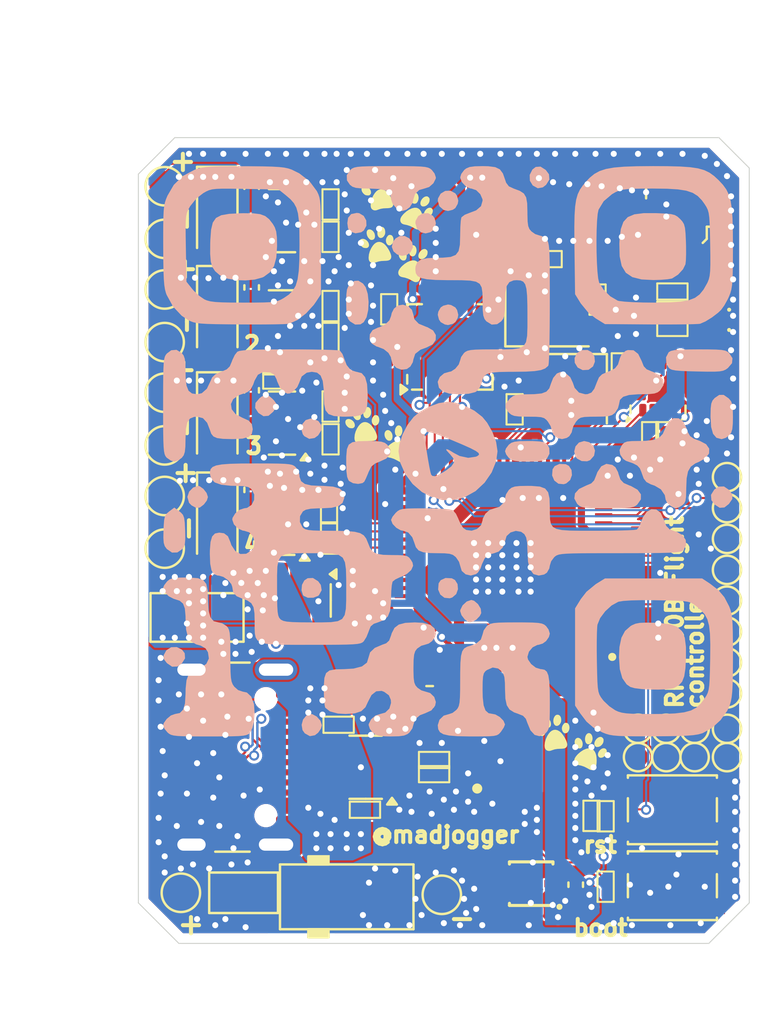
<source format=kicad_pcb>
(kicad_pcb (version 20241229) (generator "pcbnew") (generator_version "9.0")
  (layers (0 "F.Cu" signal) (2 "B.Cu" signal) (13 "F.Paste" user) (15 "B.Paste" user) (5 "F.SilkS" user "F.Silkscreen") (7 "B.SilkS" user "B.Silkscreen") (1 "F.Mask" user) (3 "B.Mask" user) (25 "Edge.Cuts" user))
  (net 0 "")
  (net 1 "Net-(DD1-XC2)")
  (net 2 "Earth")
  (net 3 "Net-(DD1-XC1)")
  (net 4 "Net-(DD1-DVDD)")
  (net 5 "3.3V")
  (net 6 "VDD_PA")
  (net 7 "Net-(DA1-TXRX)")
  (net 8 "Net-(C10-Pad1)")
  (net 9 "Net-(DA1-ANT)")
  (net 10 "Net-(C19-Pad1)")
  (net 11 "Net-(X1-In)")
  (net 12 "Net-(DD4-DVDD_1)")
  (net 13 "Net-(DD4-ADC_AVDD)")
  (net 14 "Net-(DD4-XOUT)")
  (net 15 "Net-(DD4-XIN)")
  (net 16 "VCC-5V")
  (net 17 "V_Motors")
  (net 18 "Net-(D1-A)")
  (net 19 "Net-(D2-A)")
  (net 20 "Net-(D3-A)")
  (net 21 "Net-(D5-A)")
  (net 22 "Net-(D6-A)")
  (net 23 "Net-(D7-A)")
  (net 24 "Net-(D8-A)")
  (net 27 "Net-(DA1-RXEN)")
  (net 30 "Net-(DA1-TXEN)")
  (net 33 "Net-(DD1-ANT1)")
  (net 34 "SPI_MOSI")
  (net 35 "SPI_SCK")
  (net 36 "NRF_CE")
  (net 37 "NRF_IRQ")
  (net 38 "SPI_MISO")
  (net 39 "NRF_CS")
  (net 40 "Net-(DD1-ANT2)")
  (net 41 "Net-(DD1-IREF)")
  (net 43 "SPI2_MOSI")
  (net 44 "IMU_INT2")
  (net 45 "Net-(DD2-CS)")
  (net 46 "SPI2_MISO")
  (net 47 "SPI2_SCK")
  (net 48 "IMU_INT1")
  (net 49 "Net-(DD2-SCX)")
  (net 51 "Net-(DD2-SDX)")
  (net 52 "QSPI_SS")
  (net 53 "QSPI_SD2")
  (net 54 "QSPI_SD3")
  (net 55 "QSPI_SD1")
  (net 56 "QSPI_SD0")
  (net 57 "QSPI_SCLK")
  (net 61 "Motor_current")
  (net 63 "Motor_voltage")
  (net 67 "Motor_2")
  (net 68 "LED2")
  (net 69 "LED1")
  (net 70 "Net-(DD4-GPIO16)")
  (net 71 "Net-(DD4-GPIO11)")
  (net 74 "Net-(DD4-SWCLK)")
  (net 75 "Net-(DD4-VREG_LX)")
  (net 76 "Net-(DD4-GPIO14)")
  (net 78 "Net-(DD4-GPIO13)")
  (net 81 "Motor_4")
  (net 82 "Net-(DD4-GPIO15)")
  (net 83 "USB_R+")
  (net 84 "Net-(DD4-SWDIO)")
  (net 85 "Net-(DD4-GPIO9)")
  (net 86 "Net-(DD4-GPIO4)")
  (net 87 "USB_R-")
  (net 89 "RUN")
  (net 90 "Net-(DD4-GPIO10)")
  (net 92 "Net-(DD4-GPIO6)")
  (net 94 "Net-(DD4-GPIO12)")
  (net 95 "Motor_1")
  (net 96 "Motor_3")
  (net 100 "Net-(R13-Pad2)")
  (net 101 "Net-(R14-Pad2)")
  (net 102 "USB_ESD+")
  (net 103 "USB_ESD-")
  (net 104 "Net-(X2-CC1)")
  (net 105 "Net-(X2-CC2)")
  (net 106 "VBAT")
  (net 107 "USB_Conn+")
  (net 108 "USB_Conn-")
  (net 109 "Net-(Q1-G)")
  (net 110 "Net-(Q2-G)")
  (net 111 "Net-(Q3-G)")
  (net 112 "Net-(Q4-G)")
  (net 113 "Net-(DD4-GPIO8)")
  (net 114 "Net-(DD4-GPIO3)")
  (net 115 "Net-(DD4-GPIO5)")
  (net 116 "Net-(DD4-GPIO7)")
  (footprint "TestPoint:TestPoint_Pad_D1.5mm" (layer "F.Cu") (at 69 43)
    (property "Reference" "TP20" (hide yes))
    (property "Value" "TestPoint")
  )
  (footprint "PCM_Resistor_SMD_AKL:R_0201_0603Metric" (layer "F.Cu") (at 80.1 41.38 -90)
    (property "Reference" "R5" (hide yes))
    (property "Value" "22K" (hide yes))
  )
  (footprint "TestPoint:TestPoint_Pad_D1.0mm" (layer "F.Cu") (at 93.8 63.5 90)
    (property "Reference" "TP3" (hide yes))
    (property "Value" "TestPoint")
  )
  (footprint "Capacitor_SMD:C_0201_0603Metric" (layer "F.Cu") (at 92.08 52.4)
    (property "Reference" "C33" (hide yes))
    (property "Value" "100nF")
  )
  (footprint "PCM_Diode_SMD_AKL:D_SMAFL" (layer "F.Cu") (at 78 70.4)
    (property "Reference" "D4" (hide yes))
    (property "Value" "SS54F" (hide yes))
  )
  (footprint "Capacitor_SMD:C_0201_0603Metric" (layer "F.Cu") (at 90.459664 37.330768)
    (property "Reference" "C21" (hide yes))
    (property "Value" "1.5pF")
  )
  (footprint "TestPoint:TestPoint_Pad_D1.5mm" (layer "F.Cu") (at 69.8 70.2)
    (property "Reference" "TP25" (hide yes))
    (property "Value" "TestPoint")
  )
  (footprint "Capacitor_SMD:C_0201_0603Metric" (layer "F.Cu") (at 79.4 54.7 180)
    (property "Reference" "C26" (hide yes))
    (property "Value" "4.7uF")
  )
  (footprint "PCM_Resistor_SMD_AKL:R_0201_0603Metric" (layer "F.Cu") (at 94.1 42.3)
    (property "Reference" "R6" (hide yes))
    (property "Value" "1K" (hide yes))
  )
  (footprint "LOGO" (layer "F.Cu") (at 80.5 38.7)
    (property "Reference" "G***" (hide yes))
    (property "Value" "LOGO" (hide yes))
  )
  (footprint "LED_SMD:LED_0402_1005Metric" (layer "F.Cu") (at 95.815 41.4 180)
    (property "Reference" "D2" (hide yes))
    (property "Value" "LED 0402")
  )
  (footprint "Capacitor_SMD:C_0201_0603Metric" (layer "F.Cu") (at 89.4 60.5 -90)
    (property "Reference" "C22" (hide yes))
    (property "Value" "4.7uF")
  )
  (footprint "Capacitor_SMD:C_0201_0603Metric" (layer "F.Cu") (at 79.4 57.4)
    (property "Reference" "C27" (hide yes))
    (property "Value" "4.7uF")
  )
  (footprint "PCM_Resistor_SMD_AKL:R_0201_0603Metric" (layer "F.Cu") (at 93 47.7 90)
    (property "Reference" "R2" (hide yes))
    (property "Value" "1K" (hide yes))
  )
  (footprint "PCM_Resistor_SMD_AKL:R_0201_0603Metric" (layer "F.Cu") (at 93.7 47.7 90)
    (property "Reference" "R3" (hide yes))
    (property "Value" "1K" (hide yes))
  )
  (footprint "TestPoint:TestPoint_Pad_D1.0mm" (layer "F.Cu") (at 96.8 51.2 90)
    (property "Reference" "TP15" (hide yes))
    (property "Value" "TestPoint")
  )
  (footprint "Capacitor_SMD:C_0201_0603Metric" (layer "F.Cu") (at 78 59.32 90)
    (property "Reference" "C45" (hide yes))
    (property "Value" "4.7uF")
  )
  (footprint "W25Q16JVUXIQ:W25Q16JVUXIQ" (layer "F.Cu") (at 85.85 63.2 90)
    (property "Reference" "DD3" (hide yes))
    (property "Value" "W25Q16JVUXIQ_TR" (hide yes))
  )
  (footprint "PCM_Resistor_SMD_AKL:R_0201_0603Metric" (layer "F.Cu") (at 77.2 37.8 90)
    (property "Reference" "R23" (hide yes))
    (property "Value" "220R" (hide yes))
  )
  (footprint "Diode_SMD:D_SOD-123" (layer "F.Cu") (at 71.6 41.6 -90)
    (property "Reference" "D6" (hide yes))
    (property "Value" "B5819W")
  )
  (footprint "Inductor_SMD:L_0201_0603Metric" (layer "F.Cu") (at 83.7 38.92 90)
    (property "Reference" "L3" (hide yes))
    (property "Value" "2.7nH")
  )
  (footprint "Capacitor_SMD:C_0201_0603Metric" (layer "F.Cu") (at 85.24726 45.991581 180)
    (property "Reference" "C39" (hide yes))
    (property "Value" "22pF")
  )
  (footprint "TestPoint:TestPoint_Pad_D1.0mm" (layer "F.Cu") (at 95.2 62.1 90)
    (property "Reference" "TP6" (hide yes))
    (property "Value" "TestPoint")
  )
  (footprint "Package_TO_SOT_SMD:SOT-23" (layer "F.Cu") (at 74.8 47 180)
    (property "Reference" "Q3" (hide yes))
    (property "Value" "FS3400")
  )
  (footprint "TestPoint:TestPoint_Pad_D1.0mm" (layer "F.Cu") (at 96.8 60.35 90)
    (property "Reference" "TP9" (hide yes))
    (property "Value" "TestPoint")
  )
  (footprint "Inductor_SMD:L_0603_1608Metric" (layer "F.Cu") (at 79.4 60 -90)
    (property "Reference" "L6" (hide yes))
    (property "Value" "VHF160808H33NJT")
  )
  (footprint "TestPoint:TestPoint_Pad_D1.0mm" (layer "F.Cu") (at 93.8 62.1 90)
    (property "Reference" "TP4" (hide yes))
    (property "Value" "TestPoint")
  )
  (footprint "TestPoint:TestPoint_Pad_D1.0mm" (layer "F.Cu") (at 95.2 63.5 90)
    (property "Reference" "TP5" (hide yes))
    (property "Value" "TestPoint")
  )
  (footprint "Connector_USB:USB_C_Receptacle_GCT_USB4105-xx-A_16P_TopMnt_Horizontal" (layer "F.Cu") (at 71.4 63.5 -90)
    (property "Reference" "X2" (hide yes))
    (property "Value" "USB_C_Receptacle_USB2.0_14P")
  )
  (footprint "Capacitor_SMD:C_0201_0603Metric" (layer "F.Cu") (at 92.5 54.4)
    (property "Reference" "C25" (hide yes))
    (property "Value" "4.7uF")
  )
  (footprint "Button_Switch_SMD:SW_SPST_PTS810" (layer "F.Cu") (at 94.1 69.85)
    (property "Reference" "SW2" (hide yes))
    (property "Value" "KMR221GLFS")
  )
  (footprint "Package_TO_SOT_SMD:SOT-23" (layer "F.Cu") (at 74.8 42 180)
    (property "Reference" "Q2" (hide yes))
    (property "Value" "FS3400")
  )
  (footprint "Capacitor_SMD:C_0201_0603Metric" (layer "F.Cu") (at 88.7 60.5 -90)
    (property "Reference" "C20" (hide yes))
    (property "Value" "100nF")
  )
  (footprint "Capacitor_SMD:C_0201_0603Metric" (layer "F.Cu") (at 76.6 59.32 90)
    (property "Reference" "C44" (hide yes))
    (property "Value" "100nF")
  )
  (footprint "TestPoint:TestPoint_Pad_D1.0mm" (layer "F.Cu") (at 96.8 57.3 90)
    (property "Reference" "TP11" (hide yes))
    (property "Value" "TestPoint")
  )
  (footprint "PCM_Resistor_SMD_AKL:R_0201_0603Metric" (layer "F.Cu") (at 84.9 38.9)
    (property "Reference" "R8" (hide yes))
    (property "Value" "1K" (hide yes))
  )
  (footprint "TestPoint:TestPoint_Pad_D1.5mm" (layer "F.Cu") (at 69 37.9)
    (property "Reference" "TP18" (hide yes))
    (property "Value" "TestPoint")
  )
  (footprint "TestPoint:TestPoint_Pad_D1.0mm" (layer "F.Cu") (at 96.8 63.5 90)
    (property "Reference" "TP7" (hide yes))
    (property "Value" "TestPoint")
  )
  (footprint "Capacitor_SMD:C_0201_0603Metric" (layer "F.Cu") (at 87.3 47.8 90)
    (property "Reference" "C40" (hide yes))
    (property "Value" "4.7uF")
  )
  (footprint "Capacitor_SMD:C_0402_1005Metric" (layer "F.Cu") (at 73.3 35.32 -90)
    (property "Reference" "C51" (hide yes))
    (property "Value" "22uF")
  )
  (footprint "Capacitor_SMD:C_0201_0603Metric" (layer "F.Cu") (at 77.9 61.2)
    (property "Reference" "C29" (hide yes))
    (property "Value" "4.7uF")
  )
  (footprint "RP2350B:QFN40P1000X1000X90-81N-D" (layer "F.Cu") (at 85.75 54.15 180)
    (property "Reference" "DD4" (hide yes))
    (property "Value" "RP2350B" (hide yes))
  )
  (footprint "Capacitor_SMD:C_0201_0603Metric" (layer "F.Cu") (at 91.538089 36.276488 90)
    (property "Reference" "C23" (hide yes))
    (property "Value" "1.5pF")
  )
  (footprint "PCM_Resistor_SMD_AKL:R_0201_0603Metric" (layer "F.Cu") (at 77.6 61.9 180)
    (property "Reference" "R21" (hide yes))
    (property "Value" "5.1K" (hide yes))
  )
  (footprint "PCM_Resistor_SMD_AKL:R_0201_0603Metric" (layer "F.Cu") (at 77.2 41.22 -90)
    (property "Reference" "R28" (hide yes))
    (property "Value" "10K" (hide yes))
  )
  (footprint "Capacitor_SMD:C_0201_0603Metric" (layer "F.Cu") (at 85.12 60.7 180)
    (property "Reference" "C31" (hide yes))
    (property "Value" "100nF")
  )
  (footprint "Capacitor_SMD:C_0201_0603Metric" (layer "F.Cu") (at 95.3 45.18 -90)
    (property "Reference" "C5" (hide yes))
    (property "Value" "4.7uF")
  )
  (footprint "Connector_Coaxial:U.FL_Molex_MCRF_73412-0110_Vertical" (layer "F.Cu") (at 94.3 36.6 -90)
    (property "Reference" "X1" (hide yes))
    (property "Value" "Conn_Coaxial")
  )
  (footprint "PCM_Resistor_SMD_AKL:R_0201_0603Metric" (layer "F.Cu") (at 91.5 44.3 -90)
    (property "Reference" "R4" (hide yes))
    (property "Value" "1K" (hide yes))
  )
  (footprint "TestPoint:TestPoint_Pad_D1.5mm" (layer "F.Cu") (at 69 48.1)
    (property "Reference" "TP22" (hide yes))
    (property "Value" "TestPoint")
  )
  (footprint "LOGO" (layer "F.Cu") (at 89.2 62.8)
    (property "Reference" "G***" (hide yes))
    (property "Value" "LOGO" (hide yes))
  )
  (footprint "Capacitor_SMD:C_0201_0603Metric" (layer "F.Cu") (at 85.1 47.8 90)
    (property "Reference" "C28" (hide yes))
    (property "Value" "10nF")
  )
  (footprint "TestPoint:TestPoint_Pad_D1.0mm" (layer "F.Cu") (at 96.8 62.1 90)
    (property "Reference" "TP8" (hide yes))
    (property "Value" "TestPoint")
  )
  (footprint "Package_TO_SOT_SMD:SOT-23" (layer "F.Cu") (at 74.8 37 180)
    (property "Reference" "Q1" (hide yes))
    (property "Value" "FS3400")
  )
  (footprint "PCM_Resistor_SMD_AKL:R_0201_0603Metric" (layer "F.Cu") (at 90.8 69.9 -90)
    (property "Reference" "R14" (hide yes))
    (property "Value" "1K" (hide yes))
  )
  (footprint "PCM_Resistor_SMD_AKL:R_0201_0603Metric" (layer "F.Cu") (at 74.62 44.9 180)
    (property "Reference" "R18" (hide yes))
    (property "Value" "10K" (hide yes))
  )
  (footprint "Capacitor_SMD:C_0201_0603Metric" (layer "F.Cu") (at 88 60.5 -90)
    (property "Reference" "C38" (hide yes))
    (property "Value" "4.7uF")
  )
  (footprint "PCM_Resistor_SMD_AKL:R_0201_0603Metric" (layer "F.Cu") (at 86.4 38.9)
    (property "Reference" "R9" (hide yes))
    (property "Value" "1K" (hide yes))
  )
  (footprint "PCM_Resistor_SMD_AKL:R_0201_0603Metric" (layer "F.Cu") (at 87.88 38.9)
    (property "Reference" "R10" (hide yes))
    (property "Value" "20K" (hide yes))
  )
  (footprint "Package_TO_SOT_SMD:SOT-23-5" (layer "F.Cu") (at 75.65 55.7625 -90)
    (property "Reference" "U2" (hide yes))
    (property "Value" "INA180A2")
  )
  (footprint "Capacitor_SMD:C_0201_0603Metric" (layer "F.Cu") (at 84.896387 40.29453)
    (property "Reference" "C11" (hide yes))
    (property "Value" "4.7pF")
  )
  (footprint "Capacitor_SMD:C_0201_0603Metric" (layer "F.Cu") (at 83.35369 35.711854 180)
    (property "Reference" "C17" (hide yes))
    (property "Value" "220pF")
  )
  (footprint "PCM_Resistor_SMD_AKL:R_0201_0603Metric" (layer "F.Cu") (at 77.2 36.2 -90)
    (property "Reference" "R27" (hide yes))
    (property "Value" "10K" (hide yes))
  )
  (footprint "Crystal:Crystal_SMD_3225-4Pin_3.2x2.5mm" (layer "F.Cu") (at 87.9 41.5)
    (property "Reference" "Y1" (hide yes))
    (property "Value" "16MHz")
  )
  (footprint "Capacitor_SMD:C_0201_0603Metric" (layer "F.Cu") (at 84.9 39.6)
    (property "Reference" "C8" (hide yes))
    (property "Value" "2.2nF")
  )
  (footprint "TestPoint:TestPoint_Pad_D1.0mm" (layer "F.Cu") (at 96.8 54.25 90)
    (property "Reference" "TP13" (hide yes))
    (property "Value" "TestPoint")
  )
  (footprint "Capacitor_SMD:C_0201_0603Metric" (layer "F.Cu") (at 85.241069 46.683979 180)
    (property "Reference" "C32" (hide yes))
    (property "Value" "22pF")
  )
  (footprint "PCM_Resistor_SMD_AKL:R_0201_0603Metric" (layer "F.Cu") (at 74.62 44.2)
    (property "Reference" "R19" (hide yes))
    (property "Value" "10K" (hide yes))
  )
  (footprint "LED_SMD:LED_0402_1005Metric" (layer "F.Cu") (at 95.815 40.4 180)
    (property "Reference" "D3" (hide yes))
    (property "Value" "LED 0402")
  )
  (footprint "PCM_Resistor_SMD_AKL:R_0201_0603Metric" (layer "F.Cu") (at 94.1 40.5)
    (property "Reference" "R11" (hide yes))
    (property "Value" "1K" (hide yes))
  )
  (footprint "Capacitor_SMD:C_0201_0603Metric" (layer "F.Cu") (at 83.33369 35.011854 180)
    (property "Reference" "C15" (hide yes))
    (property "Value" "4.7uF")
  )
  (footprint "Package_DFN_QFN:QFN-20-1EP_4x4mm_P0.5mm_EP2.5x2.5mm" (layer "F.Cu") (at 83.1 43.2375 90)
    (property "Reference" "DD1" (hide yes))
    (property "Value" "nRF24L01P")
  )
  (footprint "Capacitor_SMD:C_0201_0603Metric" (layer "F.Cu") (at 89.12 71.1)
    (property "Reference" "C48" (hide yes))
    (property "Value" "4.7uF")
  )
  (footprint "Inductor_SMD:L_0201_0603Metric" (layer "F.Cu") (at 83.348625 39.962194)
    (property "Reference" "L1" (hide yes))
    (property "Value" "8.2nH")
  )
  (footprint "PCM_Resistor_SMD_AKL:R_0201_0603Metric" (layer "F.Cu") (at 86.3 46.32 -90)
    (property "Reference" "R15" (hide yes))
    (property "Value" "1M" (hide yes))
  )
  (footprint "Capacitor_SMD:C_0201_0603Metric" (layer "F.Cu") (at 81.6 40.2 180)
    (property "Reference" "C6" (hide yes))
    (property "Value" "4.7uF")
  )
  (footprint "Capacitor_SMD:C_0201_0603Metric" (layer "F.Cu") (at 86.1 44.08 -90)
    (property "Reference" "C12" (hide yes))
    (property "Value" "1nF")
  )
  (footprint "Button_Switch_SMD:SW_SPST_PTS810" (layer "F.Cu") (at 94.1 66.1)
    (property "Reference" "SW1" (hide yes))
    (property "Value" "KMR221GLFS")
  )
  (footprint "Package_TO_SOT_SMD:SOT-23-6" (layer "F.Cu") (at 78.9375 64 180)
    (property "Reference" "U1" (hide yes))
    (property "Value" "USBLC6-2SC6")
  )
  (footprint "Capacitor_SMD:C_0201_0603Metric" (layer "F.Cu") (at 80.1 42.9 90)
    (property "Reference" "C9" (hide yes))
    (property "Value" "10nF")
  )
  (footprint "PCM_Resistor_SMD_AKL:R_0201_0603Metric" (layer "F.Cu") (at 77.2 46.18 -90)
    (property "Reference" "R29" (hide yes))
    (property "Value" "10K" (hide yes))
  )
  (footprint "Capacitor_SMD:C_0201_0603Metric" (layer "F.Cu") (at 80.1 44.3 -90)
    (property "Reference" "C3" (hide yes))
    (property "Value" "33nF")
  )
  (footprint "RFX2401C:RFX2401C" (layer "F.Cu") (at 86.200977 36.376717)
    (property "Reference" "DA1" (hide yes))
    (property "Value" "RFX2401C" (hide yes))
  )
  (footprint "Capacitor_SMD:C_0201_0603Metric" (layer "F.Cu") (at 83.348828 37.159848 180)
    (property "Reference" "C13" (hide yes))
    (property "Value" "1pF")
  )
  (footprint "Capacitor_SMD:C_0402_1005Metric" (layer "F.Cu") (at 73.3 45.38 -90)
    (property "Reference" "C53" (hide yes))
    (property "Value" "22uF")
  )
  (footprint "LOGO" (layer "F.Cu") (at 80.6 36.1)
    (property "Reference" "G***" (hide yes))
    (property "Value" "LOGO" (hide yes))
  )
  (footprint "Package_TO_SOT_SMD:SOT-23" (layer "F.Cu") (at 74.7625 51.95 180)
    (property "Reference" "Q4" (hide yes))
    (property "Value" "FS3400")
  )
  (footprint "Capacitor_SMD:C_0201_0603Metric" (layer "F.Cu") (at 88.7 47.8 90)
    (property "Reference" "C41" (hide yes))
    (property "Value" "4.7uF")
  )
  (footprint "TestPoint:TestPoint_Pad_D1.5mm" (layer "F.Cu") (at 69 53.2)
    (property "Reference" "TP24" (hide yes))
    (property "Value" "TestPoint")
  )
  (footprint "TestPoint:TestPoint_Pad_D1.5mm" (layer "F.Cu") (at 69 40.4)
    (property "Reference" "TP19" (hide yes))
    (property "Value" "TestPoint")
  )
  (footprint "Inductor_SMD:L_0201_0603Metric" (layer "F.Cu") (at 89.039664 36.630768)
    (property "Reference" "L4" (hide yes))
    (property "Value" "2.4nH")
  )
  (footprint "PCM_Resistor_SMD_AKL:R_0201_0603Metric" (layer "F.Cu") (at 77.125 52.705 90)
    (property "Reference" "R26" (hide yes))
    (property "Value" "220R" (hide yes))
  )
  (footprint "Capacitor_SMD:C_0201_0603Metric" (layer "F.Cu") (at 83.35195 37.863962)
    (property "Reference" "C10" (hide yes))
    (property "Value" "1.5pF")
  )
  (footprint "TestPoint:TestPoint_Pad_D1.5mm" (layer "F.Cu") (at 69 45.5)
    (property "Reference" "TP21" (hide yes))
    (property "Value" "TestPoint")
  )
  (footprint "PCM_Resistor_SMD_AKL:R_0201_0603Metric" (layer "F.Cu") (at 82.319327 63.64071 180)
    (property "Reference" "R17" (hide yes))
    (property "Value" "27R" (hide yes))
  )
  (footprint "PCM_Resistor_SMD_AKL:R_0201_0603Metric" (layer "F.Cu") (at 90.4 40.9 90)
    (property "Reference" "R1" (hide yes))
    (property "Value" "1M" (hide yes))
  )
  (footprint "Diode_SMD:D_SOD-123" (layer "F.Cu") (at 71.6 36.7 -90)
    (property "Reference" "D5" (hide yes))
    (property "Value" "B5819W")
  )
  (footprint "PCM_Resistor_SMD_AKL:R_0805_2012Metric" (layer "F.Cu") (at 72.9 70.2 180)
    (property "Reference" "R31" (hide yes))
    (property "Value" "0R" (hide yes))
  )
  (footprint "Capacitor_SMD:C_0201_0603Metric" (layer "F.Cu") (at 79.5 50.2 180)
    (property "Reference" "C36" (hide yes))
    (property "Value" "4.7uF")
  )
  (footprint "PCM_Resistor_SMD_AKL:R_0201_0603Metric" (layer "F.Cu") (at 82.319327 64.34071 180)
    (property "Reference" "R16" (hide yes))
    (property "Value" "27R" (hide yes))
  )
  (footprint "PCM_Resistor_SMD_AKL:R_0201_0603Metric" (layer "F.Cu") (at 77.2 47.8 90)
    (property "Reference" "R25" (hide yes))
    (property "Value" "220R" (hide yes))
  )
  (footprint "Inductor_SMD:L_0201_0603Metric" (layer "F.Cu") (at 90.439664 36.60825)
    (property "Reference" "L5" (hide yes))
    (property "Value" "2.4nH")
  )
  (footprint "Capacitor_SMD:C_0201_0603Metric" (layer "F.Cu") (at 95.3 43.78 90)
    (property "Reference" "C4" (hide yes))
    (property "Value" "100nF")
  )
  (footprint "LOGO" (layer "F.Cu") (at 79.8 47.6)
    (property "Reference" "G***" (hide yes))
    (property "Value" "LOGO" (hide yes))
  )
  (footprint "Capacitor_SMD:C_0201_0603Metric" (layer "F.Cu") (at 83.35369 36.411854 180)
    (property "Reference" "C18" (hide yes))
    (property "Value" "4.7uF")
  )
  (footprint "Capacitor_SMD:C_0201_0603Metric" (layer "F.Cu") (at 86.3 71.1)
    (property "Reference" "C43" (hide yes))
    (property "Value" "4.7uF")
  )
  (footprint "Capacitor_SMD:C_0201_0603Metric" (layer "F.Cu") (at 90.4 42.4 -90)
    (property "Reference" "C1" (hide yes))
    (property "Value" "22pF")
  )
  (footprint "TestPoint:TestPoint_Pad_D1.0mm" (layer "F.Cu") (at 96.8 49.67 90)
    (property "Reference" "TP16" (hide yes))
    (property "Value" "TestPoint")
  )
  (footprint "Crystal:Crystal_SMD_3225-4Pin_3.2x2.5mm" (layer "F.Cu") (at 88.8 45.3 180)
    (property "Reference" "Y2" (hide yes))
    (property "Value" "16MHz")
  )
  (footprint "TestPoint:TestPoint_Pad_D1.5mm" (layer "F.Cu") (at 69 50.6)
    (property "Reference" "TP23" (hide yes))
    (property "Value" "TestPoint")
  )
  (footprint "PCM_Resistor_SMD_AKL:R_1206_3216Metric" (layer "F.Cu") (at 70.6 56.6 180)
    (property "Reference" "R20" (hide yes))
    (property "Value" "2mR" (hide yes))
  )
  (footprint "Capacitor_SMD:C_0201_0603Metric" (layer "F.Cu") (at 87.72 71.1 180)
    (property "Reference" "C49" (hide yes))
    (property "Value" "4.7uF")
  )
  (footprint "Capacitor_SMD:C_0201_0603Metric" (layer "F.Cu") (at 95.3 46.58 -90)
    (property "Reference" "C7" (hide yes))
    (property "Value" "4.7uF")
  )
  (footprint "TestPoint:TestPoint_Pad_D1.5mm" (layer "F.Cu") (at 82.7 70.3)
    (property "Reference" "TP26" (hide yes))
    (property "Value" "TestPoint")
  )
  (footprint "Inductor_SMD:L_0201_0603Metric" (layer "F.Cu") (at 83 38.92 90)
    (property "Reference" "L2" (hide yes))
    (property "Value" "3.9nH")
  )
  (footprint "Capacitor_SMD:C_0201_0603Metric" (layer "F.Cu") (at 77.3 59.32 90)
    (property "Reference" "C46" (hide yes))
    (property "Value" "4.7uF")
  )
  (footprint "PCM_Resistor_SMD_AKL:R_0201_0603Metric" (layer "F.Cu") (at 90.8 66.42 -90)
    (property "Reference" "R13" (hide yes))
    (property "Value" "1K" (hide yes))
  )
  (footprint "TestPoint:TestPoint_Pad_D1.0mm" (layer "F.Cu") (at 96.8 52.72 90)
    (property "Reference" "TP14" (hide yes))
    (property "Value" "TestPoint")
  )
  (footprint "PCM_Resistor_SMD_AKL:R_0201_0603Metric" (layer "F.Cu") (at 77.2 42.8 90)
    (property "Reference" "R24" (hide yes))
    (property "Value" "220R" (hide yes))
  )
  (footprint "Diode_SMD:D_SOD-123" (layer "F.Cu") (at 71.6 51.8 -90)
    (property "Reference" "D8" (hide yes))
    (property "Value" "B5819W")
  )
  (footprint "TestPoint:TestPoint_Pad_D1.0mm" (layer "F.Cu") (at 92.4 63.5 90)
    (property "Reference" "TP1" (hide yes))
    (property "Value" "TestPoint")
  )
  (footprint "Capacitor_SMD:C_0201_0603Metric" (layer "F.Cu") (at 86.32 68.4)
    (property "Reference" "C42" (hide yes))
    (property "Value" "4.7uF")
  )
  (footprint "Capacitor_SMD:C_0402_1005Metric" (layer "F.Cu") (at 89.32 69.8 90)
    (property "Reference" "C47" (hide yes))
    (property "Value" "22uF")
  )
  (footprint "PCM_Resistor_SMD_AKL:R_0201_0603Metric" (layer "F.Cu") (at 78.9 66.1 180)
    (property "Reference" "R22" (hide yes))
    (property "Value" "5.1K" (hide yes))
  )
  (footprint "PCM_Resistor_SMD_AKL:R_0201_0603Metric" (layer "F.Cu") (at 77.125 51.15 -90)
    (property "Reference" "R30" (hide yes))
    (property "Value" "10K" (hide yes))
  )
  (footprint "Capacitor_SMD:C_0402_1005Metric" (layer "F.Cu") (at 73.3 50.3 -90)
    (property "Reference" "C54" (hide yes))
    (property "Value" "22uF")
  )
  (footprint "Capacitor_SMD:C_0201_0603Metric" (layer "F.Cu") (at 79.42 54 180)
    (property "Reference" "C35" (hide yes))
    (property "Value" "4.7uF")
  )
  (footprint "TestPoint:TestPoint_Pad_D1.0mm" (layer "F.Cu") (at 96.8 55.77 90)
    (property "Reference" "TP12" (hide yes))
    (property "Value" "TestPoint")
  )
  (footprint "Capacitor_SMD:C_0201_0603Metric" (layer "F.Cu") (at 92.08 56.4)
    (property "Reference" "C37" (hide yes))
    (property "Value" "4.7uF")
  )
  (footprint "PCM_Resistor_SMD_AKL:R_0201_0603Metric" (layer "F.Cu") (at 94.1 41.4)
    (property "Reference" "R7" (hide yes))
    (property "Value" "1K" (hide yes))
  )
  (footprint "Capacitor_SMD:C_0402_1005Metric" (layer "F.Cu") (at 73.3 40.3 -90)
    (property "Reference" "C52" (hide yes))
    (property "Value" "22uF")
  )
  (footprint "Capacitor_SMD:C_0201_0603Metric" (layer "F.Cu") (at 89.3 39.3 180)
    (property "Reference" "C2" (hide yes))
    (property "Value" "22pF")
  )
  (footprint "Inductor_SMD:L_0603_1608Metric" (layer "F.Cu") (at 82.1 60.5)
    (property "Reference" "L7" (hide yes))
    (property "Value" "FHW0603UF3R3JST")
  )
  (footprint "Capacitor_SMD:C_0201_0603Metric" (layer "F.Cu") (at 77.7 56 90)
    (property "Reference" "C50" (hide yes))
    (property "Value" "4.7uF")
  )
  (footprint "TestPoint:TestPoint_Pad_D1.5mm" (layer "F.Cu") (at 69 35.3)
    (property "Reference" "TP17" (hide yes))
    (property "Value" "TestPoint")
  )
  (footprint "Capacitor_SMD:C_0201_0603Metric" (layer "F.Cu") (at 79.4 58.1 180)
    (property "Reference" "C30" (hide yes))
    (property "Value" "100nF")
  )
  (footprint "Capacitor_SMD:C_0201_0603Metric" (layer "F.Cu") (at 82.7 61.6)
    (property "Reference" "C24" (hide yes))
    (property "Value" "4.7uF")
  )
  (footprint "Capacitor_SMD:C_0201_0603Metric" (layer "F.Cu") (at 89.039664 37.330768)
    (property "Reference" "C16" (hide yes))
    (property "Value" "1.5pF")
  )
  (footprint "Package_LGA:LGA-14_3x2.5mm_P0.5mm_LayoutBorder3x4y" (layer "F.Cu") (at 93.3875 45.2 90)
    (property "Reference" "DD2" (hide yes))
    (property "Value" "LSM6DS3")
  )
  (footprint "TestPoint:TestPoint_Pad_D1.0mm" (layer "F.Cu") (at 96.8 58.82 90)
    (property "Reference" "TP10" (hide yes))
    (property "Value" "TestPoint")
  )
  (footprint "BCT2057ELTAJ:BCT2057ELTAJ" (layer "F.Cu") (at 87.12 69.75 90)
    (property "Reference" "DD5" (hide yes))
    (property "Value" "BCT2057ELT33")
  )
  (footprint "Capacitor_SMD:C_0201_0603Metric" (layer "F.Cu") (at 89.039664 35.930768)
    (property "Reference" "C14" (hide yes))
    (property "Value" "0.3pF")
  )
  (footprint "Diode_SMD:D_SOD-123" (layer "F.Cu") (at 71.6 46.85 -90)
    (property "Reference" "D7" (hide yes))
    (property "Value" "B5819W")
  )
  (footprint "PCM_Resistor_SMD_AKL:R_0201_0603Metric" (layer "F.Cu") (at 90.1 66.4 -90)
    (property "Reference" "R12" (hide yes))
    (property "Value" "10K" (hide yes))
  )
  (footprint "Capacitor_SMD:C_0201_0603Metric" (layer "F.Cu") (at 90.439664 35.930768)
    (property "Reference" "C19" (hide yes))
    (property "Value" "1.5pF")
  )
  (footprint "TestPoint:TestPoint_Pad_D1.0mm" (layer "F.Cu") (at 92.4 62.1 90)
    (property "Reference" "TP2" (hide yes))
    (property "Value" "TestPoint")
  )
  (footprint "Capacitor_SMD:C_0201_0603Metric" (layer "F.Cu") (at 77.9 60.5 180)
    (property "Reference" "C34" (hide yes))
    (property "Value" "100nF")
  )
  (footprint "LED_SMD:LED_0402_1005Metric" (layer "F.Cu") (at 95.815 42.4 180)
    (property "Reference" "D1" (hide yes))
    (property "Value" "LED 0402")
  )
  (footprint "LOGO" (layer "B.Cu") (at 83.1 48.3 180)
    (property "Reference" "G***" (hide yes))
    (property "Value" "LOGO" (hide yes))
  )
  (gr_line (start 70.2 51.8) (end 70.2 52.2) (stroke (width 0.2)) (layer "F.SilkS"))
  (gr_line (start 70.1 36.5) (end 70.1 36.9) (stroke (width 0.2)) (layer "F.SilkS"))
  (gr_line (start 70.3 71.8) (end 70.3 72.2) (stroke (width 0.2)) (layer "F.SilkS"))
  (gr_line (start 69.9 71.8) (end 70.7 71.8) (stroke (width 0.2)) (layer "F.SilkS"))
  (gr_line (start 70 39.4) (end 70 39.8) (stroke (width 0.2)) (layer "F.SilkS"))
  (gr_line (start 70.034847 49.066265) (end 70.034847 49.466265) (stroke (width 0.2)) (layer "F.SilkS"))
  (gr_line (start 70.1 41.6) (end 70.1 42) (stroke (width 0.2)) (layer "F.SilkS"))
  (gr_line (start 69.92771 43.986747) (end 69.92771 44.386747) (stroke (width 0.2)) (layer "F.SilkS"))
  (gr_line (start 70.1 46.7) (end 70.1 47.1) (stroke (width 0.2)) (layer "F.SilkS"))
  (gr_line (start 69.92771 44.386747) (end 69.92771 44.786747) (stroke (width 0.2)) (layer "F.SilkS"))
  (gr_line (start 70.1 42) (end 70.1 42.4) (stroke (width 0.2)) (layer "F.SilkS"))
  (gr_line (start 69.9 33.7) (end 69.9 34.1) (stroke (width 0.2)) (layer "F.SilkS"))
  (gr_line (start 69.52771 44.386747) (end 70.32771 44.386747) (stroke (width 0.2)) (layer "F.SilkS"))
  (gr_line (start 70.034847 49.466265) (end 70.034847 49.866265) (stroke (width 0.2)) (layer "F.SilkS"))
  (gr_line (start 69.5 34.1) (end 70.3 34.1) (stroke (width 0.2)) (layer "F.SilkS"))
  (gr_line (start 70.2 52.2) (end 70.2 52.6) (stroke (width 0.2)) (layer "F.SilkS"))
  (gr_line (start 83.3 71.5) (end 84.1 71.5) (stroke (width 0.2)) (layer "F.SilkS"))
  (gr_line (start 69.6 39.4) (end 70.4 39.4) (stroke (width 0.2)) (layer "F.SilkS"))
  (gr_line (start 70 39) (end 70 39.4) (stroke (width 0.2)) (layer "F.SilkS"))
  (gr_line (start 69.9 34.1) (end 69.9 34.5) (stroke (width 0.2)) (layer "F.SilkS"))
  (gr_line (start 69.634847 49.466265) (end 70.434847 49.466265) (stroke (width 0.2)) (layer "F.SilkS"))
  (gr_line (start 70.1 36.9) (end 70.1 37.3) (stroke (width 0.2)) (layer "F.SilkS"))
  (gr_line (start 70.3 71.4) (end 70.3 71.8) (stroke (width 0.2)) (layer "F.SilkS"))
  (gr_line (start 70.1 47.1) (end 70.1 47.5) (stroke (width 0.2)) (layer "F.SilkS"))
  (gr_line (start 96.4 32.9) (end 97.9 34.4) (stroke (width 0.05)) (layer "Edge.Cuts"))
  (gr_line (start 95.9 72.7) (end 69.7 72.7) (stroke (width 0.05)) (layer "Edge.Cuts"))
  (gr_line (start 97.9 70.7) (end 95.9 72.7) (stroke (width 0.05)) (layer "Edge.Cuts"))
  (gr_line (start 67.7 70.7) (end 69.7 72.7) (stroke (width 0.05)) (layer "Edge.Cuts"))
  (gr_line (start 97.9 34.4) (end 97.9 69.2) (stroke (width 0.05)) (layer "Edge.Cuts"))
  (gr_line (start 67.7 34.7) (end 69.5 32.9) (stroke (width 0.05)) (layer "Edge.Cuts"))
  (gr_line (start 67.7 70.7) (end 67.7 34.7) (stroke (width 0.05)) (layer "Edge.Cuts"))
  (gr_line (start 97.9 69.2) (end 97.9 70.7) (stroke (width 0.05)) (layer "Edge.Cuts"))
  (gr_line (start 69.5 32.9) (end 96.4 32.9) (stroke (width 0.05)) (layer "Edge.Cuts"))
  (gr_text "1" (at 72.8 38.6 0) (layer "F.SilkS") (effects (font (size 0.8 0.8) (thickness 0.2) (bold yes)) (justify left bottom)))
  (gr_text "2" (at 72.8 43.6 0) (layer "F.SilkS") (effects (font (size 0.8 0.8) (thickness 0.2) (bold yes)) (justify left bottom)))
  (gr_text "RP2350B Flight" (at 94.683735 61.195273 90) (layer "F.SilkS") (effects (font (size 0.8 0.8) (thickness 0.2) (bold yes)) (justify left bottom)))
  (gr_text "4" (at 72.8 53.5 0) (layer "F.SilkS") (effects (font (size 0.8 0.8) (thickness 0.2) (bold yes)) (justify left bottom)))
  (gr_text "@madjogger" (at 79.1 67.8 0) (layer "F.SilkS") (effects (font (size 0.8 0.8) (thickness 0.2) (bold yes)) (justify left bottom)))
  (gr_text "boot" (at 89.1 72.4 0) (layer "F.SilkS") (effects (font (size 0.8 0.8) (thickness 0.2) (bold yes)) (justify left bottom)))
  (gr_text "controller" (at 95.683735 61.195273 90) (layer "F.SilkS") (effects (font (size 0.8 0.8) (thickness 0.2) (bold yes)) (justify left bottom)))
  (gr_text "3" (at 72.892031 48.6 0) (layer "F.SilkS") (effects (font (size 0.8 0.8) (thickness 0.2) (bold yes)) (justify left bottom)))
  (gr_text "rst" (at 89.6 68.3 0) (layer "F.SilkS") (effects (font (size 0.8 0.8) (thickness 0.2) (bold yes)) (justify left bottom)))
  (segment (start 88.342182 41.5966) (end 87.588782 42.35) (width 0.1016) (layer "F.Cu") (net 1))
  (segment (start 90.4 42.08) (end 90.4 41.22) (width 0.1016) (layer "F.Cu") (net 1))
  (segment (start 90.4 41.22) (end 90.0234 41.5966) (width 0.1016) (layer "F.Cu") (net 1))
  (segment (start 85.0375 42.7375) (end 86.4125 42.7375) (width 0.1016) (layer "F.Cu") (net 1))
  (segment (start 90.0234 41.5966) (end 88.342182 41.5966) (width 0.1016) (layer "F.Cu") (net 1))
  (segment (start 87.588782 42.35) (end 86.8 42.35) (width 0.1016) (layer "F.Cu") (net 1))
  (segment (start 86.4125 42.7375) (end 86.8 42.35) (width 0.1016) (layer "F.Cu") (net 1))
  (segment (start 82.35 58.45) (end 82.6 58.2) (width 0.25) (layer "F.Cu") (net 2))
  (segment (start 82.35 59.1) (end 82.35 58.45) (width 0.25) (layer "F.Cu") (net 2))
  (via (at 77.8 51.2) (size 0.5) (drill 0.3) (layers "F.Cu" "B.Cu") (net 2))
  (via (at 81 33.7) (size 0.5) (drill 0.3) (layers "F.Cu" "B.Cu") (net 2))
  (via (at 91.5 35.4) (size 0.5) (drill 0.3) (layers "F.Cu" "B.Cu") (net 2))
  (via (at 94.4 50.5) (size 0.5) (drill 0.3) (layers "F.Cu" "B.Cu") (net 2))
  (via (at 76.9 49.1) (size 0.5) (drill 0.3) (layers "F.Cu" "B.Cu") (net 2))
  (via (at 81.1 71.8) (size 0.5) (drill 0.3) (layers "F.Cu" "B.Cu") (net 2))
  (via (at 70.2 62.5) (size 0.5) (drill 0.3) (layers "F.Cu" "B.Cu") (net 2))
  (via (at 89.3 65.1) (size 0.5) (drill 0.3) (layers "F.Cu" "B.Cu") (net 2))
  (via (at 87.091611 53.524908) (size 0.5) (drill 0.3) (layers "F.Cu" "B.Cu") (net 2))
  (via (at 86.9 43.5) (size 0.5) (drill 0.3) (layers "F.Cu" "B.Cu") (net 2))
  (via (at 73 33.7) (size 0.5) (drill 0.3) (layers "F.Cu" "B.Cu") (net 2))
  (via (at 88.7 50.7) (size 0.5) (drill 0.3) (layers "F.Cu" "B.Cu") (net 2))
  (via (at 75.8 45.4) (size 0.5) (drill 0.3) (layers "F.Cu" "B.Cu") (net 2))
  (via (at 89 35.2) (size 0.5) (drill 0.3) (layers "F.Cu" "B.Cu") (net 2))
  (via (at 76.1 48.8) (size 0.5) (drill 0.3) (layers "F.Cu" "B.Cu") (net 2))
  (via (at 84.991611 53.524908) (size 0.5) (drill 0.3) (layers "F.Cu" "B.Cu") (net 2))
  (via (at 76.6 42.2) (size 0.5) (drill 0.3) (layers "F.Cu" "B.Cu") (net 2))
  (via (at 74.8 39) (size 0.5) (drill 0.3) (layers "F.Cu" "B.Cu") (net 2))
  (via (at 95.5 71.7) (size 0.5) (drill 0.3) (layers "F.Cu" "B.Cu") (net 2))
  (via (at 77.5 33.7) (size 0.5) (drill 0.3) (layers "F.Cu" "B.Cu") (net 2))
  (via (at 84.7 71.8) (size 0.5) (drill 0.3) (layers "F.Cu" "B.Cu") (net 2))
  (via (at 76.6 50.3) (size 0.5) (drill 0.3) (layers "F.Cu" "B.Cu") (net 2))
  (via (at 97 47.7) (size 0.5) (drill 0.3) (layers "F.Cu" "B.Cu") (net 2))
  (via (at 75.9 53.6) (size 0.5) (drill 0.3) (layers "F.Cu" "B.Cu") (net 2))
  (via (at 89.3 63.8) (size 0.5) (drill 0.3) (layers "F.Cu" "B.Cu") (net 2))
  (via (at 72 62.4) (size 0.5) (drill 0.3) (layers "F.Cu" "B.Cu") (net 2))
  (via (at 85.6 63.7) (size 0.5) (drill 0.3) (layers "F.Cu" "B.Cu") (net 2))
  (via (at 77.4 39.5) (size 0.5) (drill 0.3) (layers "F.Cu" "B.Cu") (net 2))
  (via (at 87.4 66.6) (size 0.5) (drill 0.3) (layers "F.Cu" "B.Cu") (net 2))
  (via (at 87.5 50.7) (size 0.5) (drill 0.3) (layers "F.Cu" "B.Cu") (net 2))
  (via (at 73.1 68.7) (size 0.5) (drill 0.3) (layers "F.Cu" "B.Cu") (net 2))
  (via (at 74.6 36.1) (size 0.5) (drill 0.3) (layers "F.Cu" "B.Cu") (net 2))
  (via (at 70.2 33.7) (size 0.5) (drill 0.3) (layers "F.Cu" "B.Cu") (net 2))
  (via (at 87.4 66) (size 0.5) (drill 0.3) (layers "F.Cu" "B.Cu") (net 2))
  (via (at 80.3 34.9) (size 0.5) (drill 0.3) (layers "F.Cu" "B.Cu") (net 2))
  (via (at 90.3 33.7) (size 0.5) (drill 0.3) (layers "F.Cu" "B.Cu") (net 2))
  (via (at 97.1 41.7) (size 0.5) (drill 0.3) (layers "F.Cu" "B.Cu") (net 2))
  (via (at 97.2 65.5) (size 0.5) (drill 0.3) (layers "F.Cu" "B.Cu") (net 2))
  (via (at 79.3 42.9) (size 0.5) (drill 0.3) (layers "F.Cu" "B.Cu") (net 2))
  (via (at 79.4 34.5) (size 0.5) (drill 0.3) (layers "F.Cu" "B.Cu") (net 2))
  (via (at 87 39.7) (size 0.5) (drill 0.3) (layers "F.Cu" "B.Cu") (net 2))
  (via (at 76 35.1) (size 0.5) (drill 0.3) (layers "F.Cu" "B.Cu") (net 2))
  (via (at 86.5 44.9) (size 0.5) (drill 0.3) (layers "F.Cu" "B.Cu") (net 2))
  (via (at 87 71.8) (size 0.5) (drill 0.3) (layers "F.Cu" "B.Cu") (net 2))
  (via (at 90.9 38) (size 0.5) (drill 0.3) (layers "F.Cu" "B.Cu") (net 2))
  (via (at 84.391611 54.124908) (size 0.5) (drill 0.3) (layers "F.Cu" "B.Cu") (net 2))
  (via (at 79.9 51) (size 0.5) (drill 0.3) (layers "F.Cu" "B.Cu") (net 2))
  (via (at 74.4 53.4) (size 0.5) (drill 0.3) (layers "F.Cu" "B.Cu") (net 2))
  (via (at 79.4 69) (size 0.5) (drill 0.3) (layers "F.Cu" "B.Cu") (net 2))
  (via (at 76.5 45) (size 0.5) (drill 0.3) (layers "F.Cu" "B.Cu") (net 2))
  (via (at 77.9 45.5) (size 0.5) (drill 0.3) (layers "F.Cu" "B.Cu") (net 2))
  (via (at 68.8 65.3) (size 0.5) (drill 0.3) (layers "F.Cu" "B.Cu") (net 2))
  (via (at 95.4 52.5) (size 0.5) (drill 0.3) (layers "F.Cu" "B.Cu") (net 2))
  (via (at 87.8 40.5) (size 0.5) (drill 0.3) (layers "F.Cu" "B.Cu") (net 2))
  (via (at 86.491611 55.324908) (size 0.5) (drill 0.3) (layers "F.Cu" "B.Cu") (net 2))
  (via (at 79.3 39.2) (size 0.5) (drill 0.3) (layers "F.Cu" "B.Cu") (net 2))
  (via (at 97.2 70.4) (size 0.5) (drill 0.3) (layers "F.Cu" "B.Cu") (net 2))
  (via (at 83.7 69.6) (size 0.5) (drill 0.3) (layers "F.Cu" "B.Cu") (net 2))
  (via (at 80.9 62.1) (size 0.5) (drill 0.3) (layers "F.Cu" "B.Cu") (net 2))
  (via (at 80.4 49.3) (size 0.5) (drill 0.3) (layers "F.Cu" "B.Cu") (net 2))
  (via (at 75.1 52) (size 0.5) (drill 0.3) (layers "F.Cu" "B.Cu") (net 2))
  (via (at 97.2 67.1) (size 0.5) (drill 0.3) (layers "F.Cu" "B.Cu") (net 2))
  (via (at 94.6 33.7) (size 0.5) (drill 0.3) (layers "F.Cu" "B.Cu") (net 2))
  (via (at 92.3 42.6) (size 0.5) (drill 0.3) (layers "F.Cu" "B.Cu") (net 2))
  (via (at 90.1 63) (size 0.5) (drill 0.3) (layers "F.Cu" "B.Cu") (net 2))
  (via (at 73 71.9) (size 0.5) (drill 0.3) (layers "F.Cu" "B.Cu") (net 2))
  (via (at 92.2 41.7) (size 0.5) (drill 0.3) (layers "F.Cu" "B.Cu") (net 2))
  (via (at 76.2 49.5) (size 0.5) (drill 0.3) (layers "F.Cu" "B.Cu") (net 2))
  (via (at 95.7 69.9) (size 0.5) (drill 0.3) (layers "F.Cu" "B.Cu") (net 2))
  (via (at 79.3 44.9) (size 0.5) (drill 0.3) (layers "F.Cu" "B.Cu") (net 2))
  (via (at 72 71.5) (size 0.5) (drill 0.3) (layers "F.Cu" "B.Cu") (net 2))
  (via (at 76.4 37.2) (size 0.5) (drill 0.3) (layers "F.Cu" "B.Cu") (net 2))
  (via (at 95.3 47.6) (size 0.5) (drill 0.3) (layers "F.Cu" "B.Cu") (net 2))
  (via (at 78 34.5) (size 0.5) (drill 0.3) (layers "F.Cu" "B.Cu") (net 2))
  (via (at 87.4 67.2) (size 0.5) (drill 0.3) (layers "F.Cu" "B.Cu") (net 2))
  (via (at 95.7 33.8) (size 0.5) (drill 0.3) (layers "F.Cu" "B.Cu") (net 2))
  (via (at 79 33.7) (size 0.5) (drill 0.3) (layers "F.Cu" "B.Cu") (net 2))
  (via (at 89.3 33.7) (size 0.5) (drill 0.3) (layers "F.Cu" "B.Cu") (net 2))
  (via (at 81.3 61.6) (size 0.5) (drill 0.3) (layers "F.Cu" "B.Cu") (net 2))
  (via (at 91.6 37.8) (size 0.5) (drill 0.3) (layers "F.Cu" "B.Cu") (net 2))
  (via (at 88.7 44.6) (size 0.5) (drill 0.3) (layers "F.Cu" "B.Cu") (net 2))
  (via (at 74 35.8) (size 0.5) (drill 0.3) (layers "F.Cu" "B.Cu") (net 2))
  (via (at 90 38) (size 0.5) (drill 0.3) (layers "F.Cu" "B.Cu") (net 2))
  (via (at 80 71.8) (size 0.5) (drill 0.3) (layers "F.Cu" "B.Cu") (net 2))
  (via (at 73.9 48.7) (size 0.5) (drill 0.3) (layers "F.Cu" "B.Cu") (net 2))
  (via (at 90.4 62.1) (size 0.5) (drill 0.3) (layers "F.Cu" "B.Cu") (net 2))
  (via (at 69 69.2) (size 0.5) (drill 0.3) (layers "F.Cu" "B.Cu") (net 2))
  (via (at 82.7 33.7) (size 0.5) (drill 0.3) (layers "F.Cu" "B.Cu") (net 2))
  (via (at 69.6 66.9) (size 0.5) (drill 0.3) (layers "F.Cu" "B.Cu") (net 2))
  (via (at 86.5 33.7) (size 0.5) (drill 0.3) (layers "F.Cu" "B.Cu") (net 2))
  (via (at 80 33.7) (size 0.5) (drill 0.3) (layers "F.Cu" "B.Cu") (net 2))
  (via (at 82.8 65.6) (size 0.5) (drill 0.3) (layers "F.Cu" "B.Cu") (net 2))
  (via (at 84.8 62.7) (size 0.5) (drill 0.3) (layers "F.Cu" "B.Cu") (net 2))
  (via (at 82.7 62.8) (size 0.5) (drill 0.3) (layers "F.Cu" "B.Cu") (net 2))
  (via (at 92 49.6) (size 0.5) (drill 0.3) (layers "F.Cu" "B.Cu") (net 2))
  (via (at 79.2 40.2) (size 0.5) (drill 0.3) (layers "F.Cu" "B.Cu") (net 2))
  (via (at 68.8 62) (size 0.5) (drill 0.3) (layers "F.Cu" "B.Cu") (net 2))
  (via (at 93.5 33.7) (size 0.5) (drill 0.3) (layers "F.Cu" "B.Cu") (net 2))
  (via (at 71.9 33.7) (size 0.5) (drill 0.3) (layers "F.Cu" "B.Cu") (net 2))
  (via (at 74 45.6) (size 0.5) (drill 0.3) (layers "F.Cu" "B.Cu") (net 2))
  (via (at 70.6 71.5) (size 0.5) (drill 0.3) (layers "F.Cu" "B.Cu") (net 2))
  (via (at 81.1 65.4) (size 0.5) (drill 0.3) (layers "F.Cu" "B.Cu") (net 2))
  (via (at 84.391611 53.524908) (size 0.5) (drill 0.3) (layers "F.Cu" "B.Cu") (net 2))
  (via (at 86.7 50.7) (size 0.5) (drill 0.3) (layers "F.Cu" "B.Cu") (net 2))
  (via (at 83.3 69.1) (size 0.5) (drill 0.3) (layers "F.Cu" "B.Cu") (net 2))
  (via (at 78.1 39.2) (size 0.5) (drill 0.3) (layers "F.Cu" "B.Cu") (net 2))
  (via (at 81.4 70.5) (size 0.5) (drill 0.3) (layers "F.Cu" "B.Cu") (net 2))
  (via (at 97 37.3) (size 0.5) (drill 0.3) (layers "F.Cu" "B.Cu") (net 2))
  (via (at 79.1 56.6) (size 0.5) (drill 0.3) (layers "F.Cu" "B.Cu") (net 2))
  (via (at 90.2 61.3) (size 0.5) (drill 0.3) (layers "F.Cu" "B.Cu") (net 2))
  (via (at 77.9 46.3) (size 0.5) (drill 0.3) (layers "F.Cu" "B.Cu") (net 2))
  (via (at 71.4 63.3) (size 0.5) (drill 0.3) (layers "F.Cu" "B.Cu") (net 2))
  (via (at 97 36.5) (size 0.5) (drill 0.3) (layers "F.Cu" "B.Cu") (net 2))
  (via (at 81.7 71.3) (size 0.5) (drill 0.3) (layers "F.Cu" "B.Cu") (net 2))
  (via (at 76.6 55.8) (size 0.5) (drill 0.3) (layers "F.Cu" "B.Cu") (net 2))
  (via (at 71.7 66.9) (size 0.5) (drill 0.3) (layers "F.Cu" "B.Cu") (net 2))
  (via (at 79.3 44) (size 0.5) (drill 0.3) (layers "F.Cu" "B.Cu") (net 2))
  (via (at 82.4 38.1) (size 0.5) (drill 0.3) (layers "F.Cu" "B.Cu") (net 2))
  (via (at 72.3 68.8) (size 0.5) (drill 0.3) (layers "F.Cu" "B.Cu") (net 2))
  (via (at 74.8 48.6) (size 0.5) (drill 0.3) (layers "F.Cu" "B.Cu") (net 2))
  (via (at 90.6 71.9) (size 0.5) (drill 0.3) (layers "F.Cu" "B.Cu") (net 2))
  (via (at 87.091611 52.924908) (size 0.5) (drill 0.3) (layers "F.Cu" "B.Cu") (net 2))
  (via (at 90.7 65) (size 0.5) (drill 0.3) (layers "F.Cu" "B.Cu") (net 2))
  (via (at 76.9 49.8) (size 0.5) (drill 0.3) (layers "F.Cu" "B.Cu") (net 2))
  (via (at 87.091611 55.324908) (size 0.5) (drill 0.3) (layers "F.Cu" "B.Cu") (net 2))
  (via (at 85.5 40.9) (size 0.5) (drill 0.3) (layers "F.Cu" "B.Cu") (net 2))
  (via (at 84.991611 55.324908) (size 0.5) (drill 0.3) (layers "F.Cu" "B.Cu") (net 2))
  (via (at 97.2 69.6) (size 0.5) (drill 0.3) (layers "F.Cu" "B.Cu") (net 2))
  (via (at 72.4 68) (size 0.5) (drill 0.3) (layers "F.Cu" "B.Cu") (net 2))
  (via (at 77.5 35.1) (size 0.5) (drill 0.3) (layers "F.Cu" "B.Cu") (net 2))
  (via (at 75 37.1) (size 0.5) (drill 0.3) (layers "F.Cu" "B.Cu") (net 2))
  (via (at 85.691611 54.724908) (size 0.5) (drill 0.3) (layers "F.Cu" "B.Cu") (net 2))
  (via (at 74.1 49.4) (size 0.5) (drill 0.3) (layers "F.Cu" "B.Cu") (net 2))
  (via (at 75.7 47.2) (size 0.5) (drill 0.3) (layers "F.Cu" "B.Cu") (net 2))
  (via (at 78 52.4) (size 0.5) (drill 0.3) (layers "F.Cu" "B.Cu") (net 2))
  (via (at 96 53.2) (size 0.5) (drill 0.3) (layers "F.Cu" "B.Cu") (net 2))
  (via (at 77.6 38.8) (size 0.5) (drill 0.3) (layers "F.Cu" "B.Cu") (net 2))
  (via (at 89.9 64.7) (size 0.5) (drill 0.3) (layers "F.Cu" "B.Cu") (net 2))
  (via (at 77.9 42.3) (size 0.5) (drill 0.3) (layers "F.Cu" "B.Cu") (net 2))
  (via (at 78.8 61.6) (size 0.5) (drill 0.3) (layers "F.Cu" "B.Cu") (net 2))
  (via (at 77.8 50.5) (size 0.5) (drill 0.3) (layers "F.Cu" "B.Cu") (net 2))
  (via (at 87.8 43.3) (size 0.5) (drill 0.3) (layers "F.Cu" "B.Cu") (net 2))
  (via (at 87.2 68.7) (size 0.5) (drill 0.3) (layers "F.Cu" "B.Cu") (net 2))
  (via (at 71.4 65.5) (size 0.5) (drill 0.3) (layers "F.Cu" "B.Cu") (net 2))
  (via (at 68.7 66.5) (size 0.5) (drill 0.3) (layers "F.Cu" "B.Cu") (net 2))
  (via (at 71.2 69) (size 0.5) (drill 0.3) (layers "F.Cu" "B.Cu") (net 2))
  (via (at 97.2 68.8) (size 0.5) (drill 0.3) (layers "F.Cu" "B.Cu") (net 2))
  (via (at 74.1 33.7) (size 0.5) (drill 0.3) (layers "F.Cu" "B.Cu") (net 2))
  (via (at 83.5 62.2) (size 0.5) (drill 0.3) (layers "F.Cu" "B.Cu") (net 2))
  (via (at 97.2 66.2) (size 0.5) (drill 0.3) (layers "F.Cu" "B.Cu") (net 2))
  (via (at 93.4 56.9) (size 0.5) (drill 0.3) (layers "F.Cu" "B.Cu") (net 2))
  (via (at 69.8 69) (size 0.5) (drill 0.3) (layers "F.Cu" "B.Cu") (net 2))
  (via (at 71.8 60.4) (size 0.5) (drill 0.3) (layers "F.Cu" "B.Cu") (net 2))
  (via (at 87.091611 54.124908) (size 0.5) (drill 0.3) (layers "F.Cu" "B.Cu") (net 2))
  (via (at 93.8 36.2) (size 0.5) (drill 0.3) (layers "F.Cu" "B.Cu") (net 2))
  (via (at 89.2 38) (size 0.5) (drill 0.3) (layers "F.Cu" "B.Cu") (net 2))
  (via (at 88.3 33.7) (size 0.5) (drill 0.3) (layers "F.Cu" "B.Cu") (net 2))
  (via (at 83.3 66.1) (size 0.5) (drill 0.3) (layers "F.Cu" "B.Cu") (net 2))
  (via (at 80.3 61.5) (size 0.5) (drill 0.3) (layers "F.Cu" "B.Cu") (net 2))
  (via (at 90.9 64.3) (size 0.5) (drill 0.3) (layers "F.Cu" "B.Cu") (net 2))
  (via (at 80.6 36.4) (size 0.5) (drill 0.3) (layers "F.Cu" "B.Cu") (net 2))
  (via (at 75.2 42.2) (size 0.5) (drill 0.3) (layers "F.Cu" "B.Cu") (net 2))
  (via (at 78.3 54.3) (size 0.5) (drill 0.3) (layers "F.Cu" "B.Cu") (net 2))
  (via (at 92.8 35.6) (size 0.5) (drill 0.3) (layers "F.Cu" "B.Cu") (net 2))
  (via (at 91.2 33.7) (size 0.5) (drill 0.3) (layers "F.Cu" "B.Cu") (net 2))
  (via (at 95.8 48.8) (size 0.5) (drill 0.3) (layers "F.Cu" "B.Cu") (net 2))
  (via (at 94 71.8) (size 0.5) (drill 0.3) (layers "F.Cu" "B.Cu") (net 2))
  (via (at 78.1 37.6) (size 0.5) (drill 0.3) (layers "F.Cu" "B.Cu") (net 2))
  (via (at 74.9 50.2) (size 0.5) (drill 0.3) (layers "F.Cu" "B.Cu") (net 2))
  (via (at 89.9 35.2) (size 0.5) (drill 0.3) (layers "F.Cu" "B.Cu") (net 2))
  (via (at 93.5 54.4) (size 0.5) (drill 0.3) (layers "F.Cu" "B.Cu") (net 2))
  (via (at 84.291611 52.924908) (size 0.5) (drill 0.3) (layers "F.Cu" "B.Cu") (net 2))
  (via (at 79.5 61.6) (size 0.5) (drill 0.3) (layers "F.Cu" "B.Cu") (net 2))
  (via (at 95.8 46.9) (size 0.5) (drill 0.3) (layers "F.Cu" "B.Cu") (net 2))
  (via (at 84 64.3) (size 0.5) (drill 0.3) (layers "F.Cu" "B.Cu") (net 2))
  (via (at 74 38.8) (size 0.5) (drill 0.3) (layers "F.Cu" "B.Cu") (net 2))
  (via (at 84.391611 54.724908) (size 0.5) (drill 0.3) (layers "F.Cu" "B.Cu") (net 2))
  (via (at 81.8 33.7) (size 0.5) (drill 0.3) (layers "F.Cu" "B.Cu") (net 2))
  (via (at 83.9 71.2) (size 0.5) (drill 0.3) (layers "F.Cu" "B.Cu") (net 2))
  (via (at 89.5 43.3) (size 0.5) (drill 0.3) (layers "F.Cu" "B.Cu") (net 2))
  (via (at 82.4 38.8) (size 0.5) (drill 0.3) (layers "F.Cu" "B.Cu") (net 2))
  (via (at 79.9 46.4) (size 0.5) (drill 0.3) (layers "F.Cu" "B.Cu") (net 2))
  (via (at 89.3 63) (size 0.5) (drill 0.3) (layers "F.Cu" "B.Cu") (net 2))
  (via (at 81.2 66.2) (size 0.5) (drill 0.3) (layers "F.Cu" "B.Cu") (net 2))
  (via (at 97 43.4) (size 0.5) (drill 0.3) (layers "F.Cu" "B.Cu") (net 2))
  (via (at 68.7 67.7) (size 0.5) (drill 0.3) (layers "F.Cu" "B.Cu") (net 2))
  (via (at 85.691611 55.324908) (size 0.5) (drill 0.3) (layers "F.Cu" "B.Cu") (net 2))
  (via (at 80.1 35.6) (size 0.5) (drill 0.3) (layers "F.Cu" "B.Cu") (net 2))
  (via (at 85.7 50.8) (size 0.5) (drill 0.3) (layers "F.Cu" "B.Cu") (net 2))
  (via (at 84.3 66.2) (size 0.5) (drill 0.3) (layers "F.Cu" "B.Cu") (net 2))
  (via (at 83.7 33.7) (size 0.5) (drill 0.3) (layers "F.Cu" "B.Cu") (net 2))
  (via (at 74.4 41) (size 0.5) (drill 0.3) (layers "F.Cu" "B.Cu") (net 2))
  (via (at 97.1 39.9) (size 0.5) (drill 0.3) (layers "F.Cu" "B.Cu") (net 2))
  (via (at 74.5 46.2) (size 0.5) (drill 0.3) (layers "F.Cu" "B.Cu") (net 2))
  (via (at 97 35.8) (size 0.5) (drill 0.3) (layers "F.Cu" "B.Cu") (net 2))
  (via (at 76.8 39) (size 0.5) (drill 0.3) (layers "F.Cu" "B.Cu") (net 2))
  (via (at 94.3 69.3) (size 0.5) (drill 0.3) (layers "F.Cu" "B.Cu") (net 2))
  (via (at 92 69.8) (size 0.5) (drill 0.3) (layers "F.Cu" "B.Cu") (net 2))
  (via (at 87.8 37.9) (size 0.5) (drill 0.3) (layers "F.Cu" "B.Cu") (net 2))
  (via (at 91.2 71.7) (size 0.5) (drill 0.3) (layers "F.Cu" "B.Cu") (net 2))
  (via (at 86.8 66.2) (size 0.5) (drill 0.3) (layers "F.Cu" "B.Cu") (net 2))
  (via (at 74.5 47.9) (size 0.5) (drill 0.3) (layers "F.Cu" "B.Cu") (net 2))
  (via (at 89.1 45.9) (size 0.5) (drill 0.3) (layers "F.Cu" "B.Cu") (net 2))
  (via (at 74.6 40.2) (size 0.5) (drill 0.3) (layers "F.Cu" "B.Cu") (net 2))
  (via (at 91.4 48.8) (size 0.5) (drill 0.3) (layers "F.Cu" "B.Cu") (net 2))
  (via (at 93.9 69.9) (size 0.5) (drill 0.3) (layers "F.Cu" "B.Cu") (net 2))
  (via (at 77.7 50) (size 0.5) (drill 0.3) (layers "F.Cu" "B.Cu") (net 2))
  (via (at 78.7 38.1) (size 0.5) (drill 0.3) (layers "F.Cu" "B.Cu") (net 2))
  (via (at 87.5 34.9) (size 0.5) (drill 0.3) (layers "F.Cu" "B.Cu") (net 2))
  (via (at 83.6 71.8) (size 0.5) (drill 0.3) (layers "F.Cu" "B.Cu") (net 2))
  (via (at 74.7 49.5) (size 0.5) (drill 0.3) (layers "F.Cu" "B.Cu") (net 2))
  (via (at 76.7 53.5) (size 0.5) (drill 0.3) (layers "F.Cu" "B.Cu") (net 2))
  (via (at 86.391611 53.524908) (size 0.5) (drill 0.3) (layers "F.Cu" "B.Cu") (net 2))
  (via (at 92.4 37.7) (size 0.5) (drill 0.3) (layers "F.Cu" "B.Cu") (net 2))
  (via (at 75.9 42.2) (size 0.5) (drill 0.3) (layers "F.Cu" "B.Cu") (net 2))
  (via (at 74.7 43.5) (size 0.5) (drill 0.3) (layers "F.Cu" "B.Cu") (net 2))
  (via (at 76.3 41.7) (size 0.5) (drill 0.3) (layers "F.Cu" "B.Cu") (net 2))
  (via (at 81.6 62.8) (size 0.5) (drill 0.3) (layers "F.Cu" "B.Cu") (net 2))
  (via (at 79.6 37.4) (size 0.5) (drill 0.3) (layers "F.Cu" "B.Cu") (net 2))
  (via (at 75 33.7) (size 0.5) (drill 0.3) (layers "F.Cu" "B.Cu") (net 2))
  (via (at 78.3 55) (size 0.5) (drill 0.3) (layers "F.Cu" "B.Cu") (net 2))
  (via (at 93.5 48.8) (size 0.5) (drill 0.3) (layers "F.Cu" "B.Cu") (net 2))
  (via (at 90.7 43.4) (size 0.5) (drill 0.3) (layers "F.Cu" "B.Cu") (net 2))
  (via (at 90.6 35.3) (size 0.5) (drill 0.3) (layers "F.Cu" "B.Cu") (net 2))
  (via (at 79.2 36) (size 0.5) (drill 0.3) (layers "F.Cu" "B.Cu") (net 2))
  (via (at 84.991611 54.724908) (size 0.5) (drill 0.3) (layers "F.Cu" "B.Cu") (net 2))
  (via (at 80 48.4) (size 0.5) (drill 0.3) (layers "F.Cu" "B.Cu") (net 2))
  (via (at 87.1 70.7) (size 0.5) (drill 0.3) (layers "F.Cu" "B.Cu") (net 2))
  (via (at 80.2 47) (size 0.5) (drill 0.3) (layers "F.Cu" "B.Cu") (net 2))
  (via (at 91.3 41.4) (size 0.5) (drill 0.3) (layers "F.Cu" "B.Cu") (net 2))
  (via (at 72.6 67.4) (size 0.5) (drill 0.3) (layers "F.Cu" "B.Cu") (net 2))
  (via (at 77.9 35.7) (size 0.5) (drill 0.3) (layers "F.Cu" "B.Cu") (net 2))
  (via (at 92.3 40.8) (size 0.5) (drill 0.3) (layers "F.Cu" "B.Cu") (net 2))
  (via (at 78.1 40.9) (size 0.5) (drill 0.3) (layers "F.Cu" "B.Cu") (net 2))
  (via (at 70.6 63.8) (size 0.5) (drill 0.3) (layers "F.Cu" "B.Cu") (net 2))
  (via (at 96.8 48.5) (size 0.5) (drill 0.3) (layers "F.Cu" "B.Cu") (net 2))
  (via (at 97.2 64.7) (size 0.5) (drill 0.3) (layers "F.Cu" "B.Cu") (net 2))
  (via (at 76.9 43.8) (size 0.5) (drill 0.3) (layers "F.Cu" "B.Cu") (net 2))
  (via (at 74.2 50.1) (size 0.5) (drill 0.3) (layers "F.Cu" "B.Cu") (net 2))
  (via (at 73.7 65.1) (size 0.5) (drill 0.3) (layers "F.Cu" "B.Cu") (net 2))
  (via (at 76.2 40) (size 0.5) (drill 0.3) (layers "F.Cu" "B.Cu") (net 2))
  (via (at 97.1 40.9) (size 0.5) (drill 0.3) (layers "F.Cu" "B.Cu") (net 2))
  (via (at 75.6 37.2) (size 0.5) (drill 0.3) (layers "F.Cu" "B.Cu") (net 2))
  (via (at 79.1 71.8) (size 0.5) (drill 0.3) (layers "F.Cu" "B.Cu") (net 2))
  (via (at 85.8 45.2) (size 0.5) (drill 0.3) (layers "F.Cu" "B.Cu") (net 2))
  (via (at 79.3 41.2) (size 0.5) (drill 0.3) (layers "F.Cu" "B.Cu") (net 2))
  (via (at 84.991611 52.924908) (size 0.5) (drill 0.3) (layers "F.Cu" "B.Cu") (net 2))
  (via (at 76 52) (size 0.5) (drill 0.3) (layers "F.Cu" "B.Cu") (net 2))
  (via (at 71.7 64.5) (size 0.5) (drill 0.3) (layers "F.Cu" "B.Cu") (net 2))
  (via (at 75.2 40) (size 0.5) (drill 0.3) (layers "F.Cu" "B.Cu") (net 2))
  (via (at 92.1 35.5) (size 0.5) (drill 0.3) (layers "F.Cu" "B.Cu") (net 2))
  (via (at 80.1 62.2) (size 0.5) (drill 0.3) (layers "F.Cu" "B.Cu") (net 2))
  (via (at 70.1 65.3) (size 0.5) (drill 0.3) (layers "F.Cu" "B.Cu") (net 2))
  (via (at 74.2 35.1) (size 0.5) (drill 0.3) (layers "F.Cu" "B.Cu") (net 2))
  (via (at 80.4 69.1) (size 0.5) (drill 0.3) (layers "F.Cu" "B.Cu") (net 2))
  (via (at 79.1 69.7) (size 0.5) (drill 0.3) (layers "F.Cu" "B.Cu") (net 2))
  (via (at 74.3 38) (size 0.5) (drill 0.3) (layers "F.Cu" "B.Cu") (net 2))
  (via (at 80.7 37.6) (size 0.5) (drill 0.3) (layers "F.Cu" "B.Cu") (net 2))
  (via (at 78 36.5) (size 0.5) (drill 0.3) (layers "F.Cu" "B.Cu") (net 2))
  (via (at 70.9 61.7) (size 0.5) (drill 0.3) (layers "F.Cu" "B.Cu") (net 2))
  (via (at 78.2 33.7) (size 0.5) (drill 0.3) (layers "F.Cu" "B.Cu") (net 2))
  (via (at 75.5 49.4) (size 0.5) (drill 0.3) (layers "F.Cu" "B.Cu") (net 2))
  (via (at 82.4 69.2) (size 0.5) (drill 0.3) (layers "F.Cu" "B.Cu") (net 2))
  (via (at 74.4 39.5) (size 0.5) (drill 0.3) (layers "F.Cu" "B.Cu") (net 2))
  (via (at 74.8 45.5) (size 0.5) (drill 0.3) (layers "F.Cu" "B.Cu") (net 2))
  (via (at 75.9 39) (size 0.5) (drill 0.3) (layers "F.Cu" "B.Cu") (net 2))
  (via (at 90.2 64) (size 0.5) (drill 0.3) (layers "F.Cu" "B.Cu") (net 2))
  (via (at 81.5 69.4) (size 0.5) (drill 0.3) (layers "F.Cu" "B.Cu") (net 2))
  (via (at 84.3 70) (size 0.5) (drill 0.3) (layers "F.Cu" "B.Cu") (net 2))
  (via (at 76 33.7) (size 0.5) (drill 0.3) (layers "F.Cu" "B.Cu") (net 2))
  (via (at 97.1 46.2) (size 0.5) (drill 0.3) (layers "F.Cu" "B.Cu") (net 2))
  (via (at 75 35.1) (size 0.5) (drill 0.3) (layers "F.Cu" "B.Cu") (net 2))
  (via (at 83.8 70.5) (size 0.5) (drill 0.3) (layers "F.Cu" "B.Cu") (net 2))
  (via (at 92.6 68) (size 0.5) (drill 0.3) (layers "F.Cu" "B.Cu") (net 2))
  (via (at 88.8 43.7) (size 0.5) (drill 0.3) (layers "F.Cu" "B.Cu") (net 2))
  (via (at 89.3 66.4) (size 0.5) (drill 0.3) (layers "F.Cu" "B.Cu") (net 2))
  (via (at 72.9 65.4) (size 0.5) (drill 0.3) (layers "F.Cu" "B.Cu") (net 2))
  (via (at 76 36.6) (size 0.5) (drill 0.3) (layers "F.Cu" "B.Cu") (net 2))
  (via (at 77.1 40) (size 0.5) (drill 0.3) (layers "F.Cu" "B.Cu") (net 2))
  (via (at 92.2 48.7) (size 0.5) (drill 0.3) (layers "F.Cu" "B.Cu") (net 2))
  (via (at 79.2 42) (size 0.5) (drill 0.3) (layers "F.Cu" "B.Cu") (net 2))
  (via (at 87.8 39.7) (size 0.5) (drill 0.3) (layers "F.Cu" "B.Cu") (net 2))
  (via (at 87.091611 54.724908) (size 0.5) (drill 0.3) (layers "F.Cu" "B.Cu") (net 2))
  (via (at 76.8 35.1) (size 0.5) (drill 0.3) (layers "F.Cu" "B.Cu") (net 2))
  (via (at 69.7 60.4) (size 0.5) (drill 0.3) (layers "F.Cu" "B.Cu") (net 2))
  (via (at 90.9 49.6) (size 0.5) (drill 0.3) (layers "F.Cu" "B.Cu") (net 2))
  (via (at 75.1 46.8) (size 0.5) (drill 0.3) (layers "F.Cu" "B.Cu") (net 2))
  (via (at 84.991611 54.124908) (size 0.5) (drill 0.3) (layers "F.Cu" "B.Cu") (net 2))
  (via (at 85.691611 54.124908) (size 0.5) (drill 0.3) (layers "F.Cu" "B.Cu") (net 2))
  (via (at 74.6 42.7) (size 0.5) (drill 0.3) (layers "F.Cu" "B.Cu") (net 2))
  (via (at 90.9 63.4) (size 0.5) (drill 0.3) (layers "F.Cu" "B.Cu") (net 2))
  (via (at 70.9 33.7) (size 0.5) (drill 0.3) (layers "F.Cu" "B.Cu") (net 2))
  (via (at 89.3 67.6) (size 0.5) (drill 0.3) (layers "F.Cu" "B.Cu") (net 2))
  (via (at 92.4 33.7) (size 0.5) (drill 0.3) (layers "F.Cu" "B.Cu") (net 2))
  (via (at 84.4 37.7) (size 0.5) (drill 0.3) (layers "F.Cu" "B.Cu") (net 2))
  (via (at 91.4 42.7) (size 0.5) (drill 0.3) (layers "F.Cu" "B.Cu") (net 2))
  (via (at 93 49.3) (size 0.5) (drill 0.3) (layers "F.Cu" "B.Cu") (net 2))
  (via (at 89.3 65.8) (size 0.5) (drill 0.3) (layers "F.Cu" "B.Cu") (net 2))
  (via (at 82.2 66.3) (size 0.5) (drill 0.3) (layers "F.Cu" "B.Cu") (net 2))
  (via (at 97.1 44.8) (size 0.5) (drill 0.3) (layers "F.Cu" "B.Cu") (net 2))
  (via (at 94.7 47.4) (size 0.5) (drill 0.3) (layers "F.Cu" "B.Cu") (net 2))
  (via (at 97 38.2) (size 0.5) (drill 0.3) (layers "F.Cu" "B.Cu") (net 2))
  (via (at 70.4 68.8) (size 0.5) (drill 0.3) (layers "F.Cu" "B.Cu") (net 2))
  (via (at 71.5 71.8) (size 0.5) (drill 0.3) (layers "F.Cu" "B.Cu") (net 2))
  (via (at 72.1 61.5) (size 0.5) (drill 0.3) (layers "F.Cu" "B.Cu") (net 2))
  (via (at 95.4 50) (size 0.5) (drill 0.3) (layers "F.Cu" "B.Cu") (net 2))
  (via (at 82.1 65.2) (size 0.5) (drill 0.3) (layers "F.Cu" "B.Cu") (net 2))
  (via (at 93 70.2) (size 0.5) (drill 0.3) (layers "F.Cu" "B.Cu") (net 2))
  (via (at 96.8 34.8) (size 0.5) (drill 0.3) (layers "F.Cu" "B.Cu") (net 2))
  (via (at 86.391611 52.924908) (size 0.5) (drill 0.3) (layers "F.Cu" "B.Cu") (net 2))
  (via (at 89.3 61.7) (size 0.5) (drill 0.3) (layers "F.Cu" "B.Cu") (net 2))
  (via (at 85 41.4) (size 0.5) (drill 0.3) (layers "F.Cu" "B.Cu") (net 2))
  (via (at 89.6 68.2) (size 0.5) (drill 0.3) (layers "F.Cu" "B.Cu") (net 2))
  (via (at 68.7 59.7) (size 0.5) (drill 0.3) (layers "F.Cu" "B.Cu") (net 2))
  (via (at 97.2 67.9) (size 0.5) (drill 0.3) (layers "F.Cu" "B.Cu") (net 2))
  (via (at 85.691611 52.924908) (size 0.5) (drill 0.3) (layers "F.Cu" "B.Cu") (net 2))
  (via (at 70.8 60.4) (size 0.5) (drill 0.3) (layers "F.Cu" "B.Cu") (net 2))
  (via (at 76.4 46.7) (size 0.5) (drill 0.3) (layers "F.Cu" "B.Cu") (net 2))
  (via (at 78.4 56.9) (size 0.5) (drill 0.3) (layers "F.Cu" "B.Cu") (net 2))
  (via (at 85.691611 53.524908) (size 0.5) (drill 0.3) (layers "F.Cu" "B.Cu") (net 2))
  (via (at 85.6 33.7) (size 0.5) (drill 0.3) (layers "F.Cu" "B.Cu") (net 2))
  (via (at 90.9 67.6) (size 0.5) (drill 0.3) (layers "F.Cu" "B.Cu") (net 2))
  (via (at 86.491611 54.724908) (size 0.5) (drill 0.3) (layers "F.Cu" "B.Cu") (net 2))
  (via (at 84.391611 55.324908) (size 0.5) (drill 0.3) (layers "F.Cu" "B.Cu") (net 2))
  (via (at 80.5 47.8) (size 0.5) (drill 0.3) (layers "F.Cu" "B.Cu") (net 2))
  (via (at 69 64.4) (size 0.5) (drill 0.3) (layers "F.Cu" "B.Cu") (net 2))
  (via (at 87.4 33.7) (size 0.5) (drill 0.3) (layers "F.Cu" "B.Cu") (net 2))
  (via (at 97 39.2) (size 0.5) (drill 0.3) (layers "F.Cu" "B.Cu") (net 2))
  (via (at 76.2 44) (size 0.5) (drill 0.3) (layers "F.Cu" "B.Cu") (net 2))
  (via (at 82.6 58.2) (size 0.5) (drill 0.3) (layers "F.Cu" "B.Cu") (net 2))
  (via (at 86.391611 54.124908) (size 0.5) (drill 0.3) (layers "F.Cu" "B.Cu") (net 2))
  (via (at 77.7 43.9) (size 0.5) (drill 0.3) (layers "F.Cu" "B.Cu") (net 2))
  (via (at 89.3 64.5) (size 0.5) (drill 0.3) (layers "F.Cu" "B.Cu") (net 2))
  (via (at 78.2 40.1) (size 0.5) (drill 0.3) (layers "F.Cu" "B.Cu") (net 2))
  (via (at 93.4 57.6) (size 0.5) (drill 0.3) (layers "F.Cu" "B.Cu") (net 2))
  (via (at 79.8 45.6) (size 0.5) (drill 0.3) (layers "F.Cu" "B.Cu") (net 2))
  (via (at 78.8 71.3) (size 0.5) (drill 0.3) (layers "F.Cu" "B.Cu") (net 2))
  (via (at 75.8 50.3) (size 0.5) (drill 0.3) (layers "F.Cu" "B.Cu") (net 2))
  (via (at 94.6 48) (size 0.5) (drill 0.3) (layers "F.Cu" "B.Cu") (net 2))
  (via (at 96.3 34.2) (size 0.5) (drill 0.3) (layers "F.Cu" "B.Cu") (net 2))
  (via (at 82.8 71.7) (size 0.5) (drill 0.3) (layers "F.Cu" "B.Cu") (net 2))
  (via (at 77.6 55) (size 0.5) (drill 0.3) (layers "F.Cu" "B.Cu") (net 2))
  (via (at 81.8 57.1) (size 0.5) (drill 0.3) (layers "F.Cu" "B.Cu") (net 2))
  (via (at 74.1 43.3) (size 0.5) (drill 0.3) (layers "F.Cu" "B.Cu") (net 2))
  (via (at 82.4 39.5) (size 0.5) (drill 0.3) (layers "F.Cu" "B.Cu") (net 2))
  (via (at 94.4 68.3) (size 0.5) (drill 0.3) (layers "F.Cu" "B.Cu") (net 2))
  (via (at 89.3 67) (size 0.5) (drill 0.3) (layers "F.Cu" "B.Cu") (net 2))
  (via (at 83.4 65.2) (size 0.5) (drill 0.3) (layers "F.Cu" "B.Cu") (net 2))
  (via (at 68.9 63.2) (size 0.5) (drill 0.3) (layers "F.Cu" "B.Cu") (net 2))
  (via (at 68.8 58.6) (size 0.5) (drill 0.3) (layers "F.Cu" "B.Cu") (net 2))
  (via (at 68.7 60.7) (size 0.5) (drill 0.3) (layers "F.Cu" "B.Cu") (net 2))
  (via (at 75.6 41.7) (size 0.5) (drill 0.3) (layers "F.Cu" "B.Cu") (net 2))
  (via (at 90.1 65.4) (size 0.5) (drill 0.3) (layers "F.Cu" "B.Cu") (net 2))
  (via (at 82.4 37.4) (size 0.5) (drill 0.3) (layers "F.Cu" "B.Cu") (net 2))
  (via (at 95.3 49.3) (size 0.5) (drill 0.3) (layers "F.Cu" "B.Cu") (net 2))
  (via (at 70.1 61.1) (size 0.5) (drill 0.3) (layers "F.Cu" "B.Cu") (net 2))
  (via (at 92.1 71.8) (size 0.5) (drill 0.3) (layers "F.Cu" "B.Cu") (net 2))
  (via (at 84.4 71) (size 0.5) (drill 0.3) (layers "F.Cu" "B.Cu") (net 2))
  (via (at 77.8 49.2) (size 0.5) (drill 0.3) (layers "F.Cu" "B.Cu") (net 2))
  (via (at 88.2 35.1) (size 0.5) (drill 0.3) (layers "F.Cu" "B.Cu") (net 2))
  (via (at 88.5 38) (size 0.5) (drill 0.3) (layers "F.Cu" "B.Cu") (net 2))
  (via (at 76.9 33.7) (size 0.5) (drill 0.3) (layers "F.Cu" "B.Cu") (net 2))
  (via (at 79.8 56.6) (size 0.5) (drill 0.3) (layers "F.Cu" "B.Cu") (net 2))
  (via (at 97.1 42.5) (size 0.5) (drill 0.3) (layers "F.Cu" "B.Cu") (net 2))
  (via (at 93.8 36.8) (size 0.5) (drill 0.3) (layers "F.Cu" "B.Cu") (net 2))
  (via (at 79.2 62.4) (size 0.5) (drill 0.3) (layers "F.Cu" "B.Cu") (net 2))
  (via (at 80.6 66.1) (size 0.5) (drill 0.3) (layers "F.Cu" "B.Cu") (net 2))
  (via (at 84 65.7) (size 0.5) (drill 0.3) (layers "F.Cu" "B.Cu") (net 2))
  (via (at 78.1 41.6) (size 0.5) (drill 0.3) (layers "F.Cu" "B.Cu") (net 2))
  (via (at 84.6 33.7) (size 0.5) (drill 0.3) (layers "F.Cu" "B.Cu") (net 2))
  (via (at 81.2 35.3) (size 0.5) (drill 0.3) (layers "F.Cu" "B.Cu") (net 2))
  (via (at 86.8 66.8) (size 0.5) (drill 0.3) (layers "F.Cu" "B.Cu") (net 2))
  (via (at 70.8 66.7) (size 0.5) (drill 0.3) (layers "F.Cu" "B.Cu") (net 2))
  (via (at 85.2 65.8) (size 0.5) (drill 0.3) (layers "F.Cu" "B.Cu") (net 2))
  (via (at 69 68.4) (size 0.5) (drill 0.3) (layers "F.Cu" "B.Cu") (net 2))
  (via (at 89.1 46.6) (size 0.5) (drill 0.3) (layers "F.Cu" "B.Cu") (net 2))
  (segment (start 90.4 40.58) (end 89.07 40.58) (width 0.1016) (layer "F.Cu") (net 3))
  (segment (start 85.5625 42.2375) (end 85.8 42) (width 0.1016) (layer "F.Cu") (net 3))
  (segment (start 86.092484 41.507516) (end 87.707939 41.507516) (width 0.1016) (layer "F.Cu") (net 3))
  (segment (start 85.8 41.8) (end 86.092484 41.507516) (width 0.1016) (layer "F.Cu") (net 3))
  (segment (start 85.0375 42.2375) (end 85.5625 42.2375) (width 0.1016) (layer "F.Cu") (net 3))
  (segment (start 89.62 39.3) (end 89.62 40.03) (width 0.1016) (layer "F.Cu") (net 3))
  (segment (start 85.8 42) (end 85.8 41.8) (width 0.1016) (layer "F.Cu") (net 3))
  (segment (start 87.707939 41.507516) (end 88.565455 40.65) (width 0.1016) (layer "F.Cu") (net 3))
  (segment (start 88.565455 40.65) (end 89 40.65) (width 0.1016) (layer "F.Cu") (net 3))
  (segment (start 89.07 40.58) (end 89 40.65) (width 0.1016) (layer "F.Cu") (net 3))
  (segment (start 89.62 40.03) (end 89 40.65) (width 0.1016) (layer "F.Cu") (net 3))
  (segment (start 80.3425 43.7375) (end 80.1 43.98) (width 0.1016) (layer "F.Cu") (net 4))
  (segment (start 81.1625 43.7375) (end 80.3425 43.7375) (width 0.1016) (layer "F.Cu") (net 4))
  (segment (start 90.7 52.35) (end 89.9184 52.35) (width 0.3566) (layer "F.Cu") (net 5))
  (segment (start 80.7 50.35) (end 79.97 50.35) (width 0.3566) (layer "F.Cu") (net 5))
  (segment (start 94.65546 46.04454) (end 94.31092 45.7) (width 0.3566) (layer "F.Cu") (net 5))
  (segment (start 85.15 59.1) (end 85.15 59.85) (width 0.3566) (layer "F.Cu") (net 5))
  (segment (start 95.3 44.1) (end 95.3 44.86) (width 0.3566) (layer "F.Cu") (net 5))
  (segment (start 86.68 48.12) (end 87.3 48.12) (width 0.3566) (layer "F.Cu") (net 5))
  (segment (start 94.87092 46.26) (end 94.65546 46.04454) (width 0.3566) (layer "F.Cu") (net 5))
  (segment (start 77.4 57.2125) (end 77.4 56.62) (width 0.3566) (layer "F.Cu") (net 5))
  (segment (start 88.7 70.7) (end 88.8 70.6) (width 0.3566) (layer "F.Cu") (net 5))
  (segment (start 81.5059 51.8) (end 81.6059 51.7) (width 0.3566) (layer "F.Cu") (net 5))
  (segment (start 90.7 52.35) (end 91.71 52.35) (width 0.3566) (layer "F.Cu") (net 5))
  (segment (start 80.8 50.35) (end 80.7 50.35) (width 0.3566) (layer "F.Cu") (net 5))
  (segment (start 85.15 59.85) (end 85.44 60.14) (width 0.3566) (layer "F.Cu") (net 5))
  (segment (start 86.0775 43.7375) (end 86.1 43.76) (width 0.3566) (layer "F.Cu") (net 5))
  (segment (start 78.5 55.9) (end 77.6 56.8) (width 0.3566) (layer "F.Cu") (net 5))
  (segment (start 84.1 34.876717) (end 83.788827 34.876717) (width 0.3566) (layer "F.Cu") (net 5))
  (segment (start 88.444214 71.40091) (end 88 70.956696) (width 0.3566) (layer "F.Cu") (net 5))
  (segment (start 94.1375 44.0375) (end 94.4 44.0375) (width 0.3566) (layer "F.Cu") (net 5))
  (segment (start 88 70.52) (end 88.12 70.4) (width 0.3566) (layer "F.Cu") (net 5))
  (segment (start 81.1625 43.2375) (end 80.5 43.2375) (width 0.3566) (layer "F.Cu") (net 5))
  (segment (start 89.9184 52.35) (end 89.6 52.0316) (width 0.3566) (layer "F.Cu") (net 5))
  (segment (start 83.788827 34.876717) (end 83.65369 35.011854) (width 0.3566) (layer "F.Cu") (net 5))
  (segment (start 81.5059 52.2) (end 81.5059 50.3691) (width 0.3566) (layer "F.Cu") (net 5))
  (segment (start 81.5059 52.2) (end 81.5059 51.8) (width 0.3566) (layer "F.Cu") (net 5))
  (segment (start 95.3 46.26) (end 94.87092 46.26) (width 0.3566) (layer "F.Cu") (net 5))
  (segment (start 94.4 44.0375) (end 95.2375 44.0375) (width 0.3566) (layer "F.Cu") (net 5))
  (segment (start 89.32 70.28) (end 89.48 70.28) (width 0.3566) (layer "F.Cu") (net 5))
  (segment (start 88.35 49.2) (end 88.35 48.47) (width 0.3566) (layer "F.Cu") (net 5))
  (segment (start 89.9 69.7) (end 89.32 70.28) (width 0.3566) (layer "F.Cu") (net 5))
  (segment (start 93.78 40.5) (end 93.5 40.5) (width 0.3566) (layer "F.Cu") (net 5))
  (segment (start 79.8 55.9) (end 78.5 55.9) (width 0.3566) (layer "F.Cu") (net 5))
  (segment (start 83.67369 36.411854) (end 83.67369 35.031854) (width 0.3566) (layer "F.Cu") (net 5))
  (segment (start 88.35 48.47) (end 88.7 48.12) (width 0.3566) (layer "F.Cu") (net 5))
  (segment (start 90.1 70.4) (end 90 70.3) (width 0.3566) (layer "F.Cu") (net 5))
  (segment (start 83.15 58.001982) (end 82.70686 57.558842) (width 0.25) (layer "F.Cu") (net 5))
  (segment (start 94.1375 43.4375) (end 94.1375 44.0375) (width 0.3566) (layer "F.Cu") (net 5))
  (segment (start 93.5 40.5) (end 93.1 40.9) (width 0.3566) (layer "F.Cu") (net 5))
  (segment (start 80.5 43.2375) (end 80.1175 43.2375) (width 0.3566) (layer "F.Cu") (net 5))
  (segment (start 77.4 56.62) (end 77.7 56.32) (width 0.3566) (layer "F.Cu") (net 5))
  (segment (start 79.97 50.35) (end 79.82 50.2) (width 0.3566) (layer "F.Cu") (net 5))
  (segment (start 90 69.7) (end 90 70.3) (width 0.3566) (layer "F.Cu") (net 5))
  (segment (start 80.1 53.95) (end 79.79 53.95) (width 0.3566) (layer "F.Cu") (net 5))
  (segment (start 90 69.7) (end 89.9 69.7) (width 0.3566) (layer "F.Cu") (net 5))
  (segment (start 80.8 57.95) (end 79.87 57.95) (width 0.3566) (layer "F.Cu") (net 5))
  (segment (start 90.1 70.9) (end 90.1 70.4) (width 0.3566) (layer "F.Cu") (net 5))
  (segment (start 80.1 53.95) (end 81.4868 53.95) (width 0.3566) (layer "F.Cu") (net 5))
  (segment (start 81.6059 51.7) (end 82 51.7) (width 0.3566) (layer "F.Cu") (net 5))
  (segment (start 90.1 67.8) (end 90.7 68.4) (width 0.1016) (layer "F.Cu") (net 5))
  (segment (start 83.15 59.1) (end 83.15 58.001982) (width 0.25) (layer "F.Cu") (net 5))
  (segment (start 89.8 70.1) (end 90 70.3) (width 0.3566) (layer "F.Cu") (net 5))
  (segment (start 77.7 56.32) (end 77.7 56.4) (width 0.3566) (layer "F.Cu") (net 5))
  (segment (start 81.5059 53.9309) (end 81.5059 52.2) (width 0.3566) (layer "F.Cu") (net 5))
  (segment (start 86.35 49.2) (end 86.35 49.8868) (width 0.3566) (layer "F.Cu") (net 5))
  (segment (start 85.44 60.831446) (end 85.44 60.7) (width 0.3566) (layer "F.Cu") (net 5))
  (segment (start 80.8 53.95) (end 80.1 53.95) (width 0.3566) (layer "F.Cu") (net 5))
  (segment (start 88.7 48.12) (end 88.48 48.12) (width 0.1016) (layer "F.Cu") (net 5))
  (segment (start 94.7 46.08908) (end 94.7 46.7) (width 0.3566) (layer "F.Cu") (net 5))
  (segment (start 81.92 40.831918) (end 81.92 40.2) (width 0.3566) (layer "F.Cu") (net 5))
  (segment (start 89.48 70.28) (end 90.1 70.9) (width 0.3566) (layer "F.Cu") (net 5))
  (segment (start 79.72 58.8925) (end 79.72 58.1) (width 0.3566) (layer "F.Cu") (net 5))
  (segment (start 81.875959 40.875959) (end 81.258564 40.875959) (width 0.3566) (layer "F.Cu") (net 5))
  (segment (start 85.1 61.171446) (end 85.44 60.831446) (width 0.3566) (layer "F.Cu") (net 5))
  (segment (start 89.32 70.28) (end 89.5 70.1) (width 0.3566) (layer "F.Cu") (net 5))
  (segment (start 81.2 49.5) (end 81.4 49.5) (width 0.3566) (layer "F.Cu") (net 5))
  (segment (start 77.3 56.8) (end 77.2 56.9) (width 0.3566) (layer "F.Cu") (net 5))
  (segment (start 88.288902 70.7) (end 88.7 70.7) (width 0.3566) (layer "F.Cu") (net 5))
  (segment (start 94.4 44.0375) (end 94.4 43.8) (width 0.3566) (layer "F.Cu") (net 5))
  (segment (start 89.5 70.1) (end 89.8 70.1) (width 0.3566) (layer "F.Cu") (net 5))
  (segment (start 85.6 43.7375) (end 86.0775 43.7375) (width 0.3566) (layer "F.Cu") (net 5))
  (segment (start 88.183353 70.805549) (end 88.288902 70.7) (width 0.3566) (layer "F.Cu") (net 5))
  (segment (start 90.1 66.72) (end 90.1 67.8) (width 0.1016) (layer "F.Cu") (net 5))
  (segment (start 86.3691 49.9059) (end 88 49.9059) (width 0.3566) (layer "F.Cu") (net 5))
  (segment (start 88.3309 49.9059) (end 88.35 49.8868) (width 0.3566) (layer "F.Cu") (net 5))
  (segment (start 80.7 50) (end 81.2 49.5) (width 0.3566) (layer "F.Cu") (net 5))
  (segment (start 77.6 56.8) (end 77.3 56.8) (width 0.3566) (layer "F.Cu") (net 5))
  (segment (start 81.4868 53.95) (end 81.5059 53.9309) (width 0.3566) (layer "F.Cu") (net 5))
  (segment (start 88.35 49.8868) (end 88.35 49.2) (width 0.3566) (layer "F.Cu") (net 5))
  (segment (start 83.67369 35.031854) (end 83.65369 35.011854) (width 0.3566) (layer "F.Cu") (net 5))
  (segment (start 93.1 40.9) (end 93.1 42.4) (width 0.3566) (layer "F.Cu") (net 5))
  (segment (start 78.22 60.5) (end 78.22 60.3925) (width 0.3566) (layer "F.Cu") (net 5))
  (segment (start 86.35 48.45) (end 86.6 48.2) (width 0.3566) (layer "F.Cu") (net 5))
  (segment (start 85.0375 43.7375) (end 85.6 43.7375) (width 0.3566) (layer "F.Cu") (net 5))
  (segment (start 79.4 59.2125) (end 79.72 58.8925) (width 0.3566) (layer "F.Cu") (net 5))
  (segment (start 88.9059 49.9059) (end 88 49.9059) (width 0.3566) (layer "F.Cu") (net 5))
  (segment (start 77.7 56.4) (end 77.3 56.8) (width 0.3566) (layer "F.Cu") (net 5))
  (segment (start 79.4 59.2125) (end 77.4 57.2125) (width 0.3566) (layer "F.Cu") (net 5))
  (segment (start 78.22 60.3925) (end 79.4 59.2125) (width 0.3566) (layer "F.Cu") (net 5))
  (segment (start 85.450977 34.876717) (end 84.7 34.876717) (width 0.3566) (layer "F.Cu") (net 5))
  (segment (start 89.6 50.6) (end 88.9059 49.9059) (width 0.3566) (layer "F.Cu") (net 5))
  (segment (start 88.48 48.12) (end 88.3 48.3) (width 0.1016) (layer "F.Cu") (net 5))
  (segment (start 82.1 41.3) (end 82.1 41.1) (width 0.3566) (layer "F.Cu") (net 5))
  (segment (start 91.71 52.35) (end 91.76 52.4) (width 0.3566) (layer "F.Cu") (net 5))
  (segment (start 82.1 41.1) (end 81.875959 40.875959) (width 0.3566) (layer "F.Cu") (net 5))
  (segment (start 89.6 52.0316) (end 89.6 50.6) (width 0.3566) (layer "F.Cu") (net 5))
  (segment (start 85.44 60.14) (end 85.44 60.7) (width 0.3566) (layer "F.Cu") (net 5))
  (segment (start 85.1 61.8) (end 85.1 61.171446) (width 0.3566) (layer "F.Cu") (net 5))
  (segment (start 77.2 56.9) (end 76.6 56.9) (width 0.3566) (layer "F.Cu") (net 5))
  (segment (start 95.2375 44.0375) (end 95.3 44.1) (width 0.3566) (layer "F.Cu") (net 5))
  (segment (start 79.79 53.95) (end 79.74 54) (width 0.3566) (layer "F.Cu") (net 5))
  (segment (start 94.4 43.8) (end 94.5 43.7) (width 0.3566) (layer "F.Cu") (net 5))
  (segment (start 88 70.956696) (end 88 70.52) (width 0.3566) (layer "F.Cu") (net 5))
  (segment (start 80.1175 43.2375) (end 80.1 43.22) (width 0.3566) (layer "F.Cu") (net 5))
  (segment (start 86.35 49.2) (end 86.35 48.45) (width 0.3566) (layer "F.Cu") (net 5))
  (segment (start 88 49.9059) (end 88.3309 49.9059) (width 0.3566) (layer "F.Cu") (net 5))
  (segment (start 81.4868 50.35) (end 80.8 50.35) (width 0.3566) (layer "F.Cu") (net 5))
  (segment (start 79.87 57.95) (end 79.72 58.1) (width 0.3566) (layer "F.Cu") (net 5))
  (segment (start 86.35 49.8868) (end 86.3691 49.9059) (width 0.3566) (layer "F.Cu") (net 5))
  (segment (start 86.68 48.12) (end 86.6 48.2) (width 0.1016) (layer "F.Cu") (net 5))
  (segment (start 93.1 42.4) (end 94.1375 43.4375) (width 0.3566) (layer "F.Cu") (net 5))
  (segment (start 80.7 50.35) (end 80.7 50) (width 0.3566) (layer "F.Cu") (net 5))
  (segment (start 94.65546 46.04454) (end 94.7 46.08908) (width 0.3566) (layer "F.Cu") (net 5))
  (segment (start 81.5059 50.3691) (end 81.4868 50.35) (width 0.3566) (layer "F.Cu") (net 5))
  (segment (start 94.31092 45.7) (end 94.3 45.7) (width 0.3566) (layer "F.Cu") (net 5))
  (segment (start 81.875959 40.875959) (end 81.92 40.831918) (width 0.3566) (layer "F.Cu") (net 5))
  (segment (start 86.35 48.45) (end 86.68 48.12) (width 0.3566) (layer "F.Cu") (net 5))
  (via (at 90.7 68.4) (size 0.5) (drill 0.3) (layers "F.Cu" "B.Cu") (net 5))
  (via (at 82 51.7) (size 0.5) (drill 0.3) (layers "F.Cu" "B.Cu") (net 5))
  (via (at 90.1 70.9) (size 0.5) (drill 0.3) (layers "F.Cu" "B.Cu") (net 5))
  (via (at 81.4 49.5) (size 0.5) (drill 0.3) (layers "F.Cu" "B.Cu") (net 5))
  (via (at 82.70686 57.558842) (size 0.5) (drill 0.3) (layers "F.Cu" "B.Cu") (net 5))
  (via (at 80.5 43.2375) (size 0.5) (drill 0.3) (layers "F.Cu" "B.Cu") (net 5))
  (via (at 86.2 58.1) (size 0.5) (drill 0.3) (layers "F.Cu" "B.Cu") (net 5))
  (via (at 84.1 34.876717) (size 0.5) (drill 0.3) (layers "F.Cu" "B.Cu") (net 5))
  (via (at 94.7 46.7) (size 0.5) (drill 0.3) (layers "F.Cu" "B.Cu") (net 5))
  (via (at 94.5 43.7) (size 0.5) (drill 0.3) (layers "F.Cu" "B.Cu") (net 5))
  (via (at 90 69.7) (size 0.5) (drill 0.3) (layers "F.Cu" "B.Cu") (net 5))
  (via (at 79.8 55.9) (size 0.5) (drill 0.3) (layers "F.Cu" "B.Cu") (net 5))
  (via (at 86.6 48.2) (size 0.5) (drill 0.3) (layers "F.Cu" "B.Cu") (net 5))
  (via (at 90 70.3) (size 0.5) (drill 0.3) (layers "F.Cu" "B.Cu") (net 5))
  (via (at 88.444214 71.40091) (size 0.5) (drill 0.3) (layers "F.Cu" "B.Cu") (net 5))
  (via (at 85.6 43.7375) (size 0.5) (drill 0.3) (layers "F.Cu" "B.Cu") (net 5))
  (via (at 88.8 70.6) (size 0.5) (drill 0.3) (layers "F.Cu" "B.Cu") (net 5))
  (via (at 84.8 58.1) (size 0.5) (drill 0.3) (layers "F.Cu" "B.Cu") (net 5))
  (via (at 81.258564 40.875959) (size 0.5) (drill 0.3) (layers "F.Cu" "B.Cu") (net 5))
  (via (at 84.7 34.876717) (size 0.5) (drill 0.3) (layers "F.Cu" "B.Cu") (net 5))
  (via (at 85.4 58.1) (size 0.5) (drill 0.3) (layers "F.Cu" "B.Cu") (net 5))
  (via (at 88.183353 70.805549) (size 0.5) (drill 0.3) (layers "F.Cu" "B.Cu") (net 5))
  (segment (start 81.258564 40.875959) (end 81.258564 40.141436) (width 0.3566) (layer "B.Cu") (net 5))
  (segment (start 90.7 69) (end 90 69.7) (width 0.1016) (layer "B.Cu") (net 5))
  (segment (start 81.258564 41.541436) (end 80.5 42.3) (width 0.3566) (layer "B.Cu") (net 5))
  (segment (start 84.781754 43.7375) (end 81.839954 46.6793) (width 0.3566) (layer "B.Cu") (net 5))
  (segment (start 81.5 50.4) (end 81.5 50.3) (width 0.25) (layer "B.Cu") (net 5))
  (segment (start 90.7 68.4) (end 90.7 69) (width 0.1016) (layer "B.Cu") (net 5))
  (segment (start 82.70686 57.10686) (end 81.5 55.9) (width 0.25) (layer "B.Cu") (net 5))
  (segment (start 81.360046 46.6793) (end 81.2207 46.818646) (width 0.3566) (layer "B.Cu") (net 5))
  (segment (start 85.6 43.7375) (end 84.781754 43.7375) (width 0.3566) (layer "B.Cu") (net 5))
  (segment (start 80.5 42.3) (end 80.5 42.9) (width 0.3566) (layer "B.Cu") (net 5))
  (segment (start 79.8 55.9) (end 81.5 55.9) (width 0.3566) (layer "B.Cu") (net 5))
  (segment (start 82.70686 57.558842) (end 82.70686 57.10686) (width 0.25) (layer "B.Cu") (net 5))
  (segment (start 81.839954 46.6793) (end 81.360046 46.6793) (width 0.3566) (layer "B.Cu") (net 5))
  (segment (start 94.5 43.7) (end 94 44.2) (width 0.3566) (layer "B.Cu") (net 5))
  (segment (start 82 51.7) (end 81.8 51.7) (width 0.3566) (layer "B.Cu") (net 5))
  (segment (start 81.5 55.9) (end 81.5 51.4) (width 0.25) (layer "B.Cu") (net 5))
  (segment (start 81.258564 40.875959) (end 81.258564 41.541436) (width 0.3566) (layer "B.Cu") (net 5))
  (segment (start 81.2207 46.818646) (end 81.2207 49.3207) (width 0.3566) (layer "B.Cu") (net 5))
  (segment (start 84.7 34.876717) (end 84.1 34.876717) (width 0.3566) (layer "B.Cu") (net 5))
  (segment (start 81.4 37.576717) (end 84.1 34.876717) (width 0.3566) (layer "B.Cu") (net 5))
  (segment (start 94 44.2) (end 94 46.4) (width 0.3566) (layer "B.Cu") (net 5))
  (segment (start 81.360046 46.6793) (end 80.5 45.819254) (width 0.3566) (layer "B.Cu") (net 5))
  (segment (start 81.8 51.7) (end 81.5 51.4) (width 0.3566) (layer "B.Cu") (net 5))
  (segment (start 81.258564 40.141436) (end 81.4 40) (width 0.3566) (layer "B.Cu") (net 5))
  (segment (start 94.7 46.7) (end 94.3 46.7) (width 0.3566) (layer "B.Cu") (net 5))
  (segment (start 81.2207 49.3207) (end 81.4 49.5) (width 0.3566) (layer "B.Cu") (net 5))
  (segment (start 81.4 49.5) (end 81.5 49.6) (width 0.3566) (layer "B.Cu") (net 5))
  (segment (start 81.5 50.3) (end 83.6 48.2) (width 0.25) (layer "B.Cu") (net 5))
  (segment (start 81.4 40) (end 81.4 37.576717) (width 0.3566) (layer "B.Cu") (net 5))
  (segment (start 83.6 48.2) (end 86.6 48.2) (width 0.25) (layer "B.Cu") (net 5))
  (segment (start 80.5 45.819254) (end 80.5 42.9) (width 0.3566) (layer "B.Cu") (net 5))
  (segment (start 80.5 43.2375) (end 80.5 42.9) (width 0.3566) (layer "B.Cu") (net 5))
  (segment (start 81.5 49.6) (end 81.5 50.4) (width 0.3566) (layer "B.Cu") (net 5))
  (segment (start 94.3 46.7) (end 94 46.4) (width 0.3566) (layer "B.Cu") (net 5))
  (segment (start 81.5 51.4) (end 81.5 50.4) (width 0.25) (layer "B.Cu") (net 5))
  (segment (start 83.7 38.6) (end 84.28 38.6) (width 0.3566) (layer "F.Cu") (net 6))
  (segment (start 84.28 38.6) (end 84.58 38.9) (width 0.3566) (layer "F.Cu") (net 6))
  (segment (start 84.1 40.8) (end 84.58 40.32) (width 0.3566) (layer "F.Cu") (net 6))
  (segment (start 84.1 41.3) (end 84.1 40.8) (width 0.3566) (layer "F.Cu") (net 6))
  (segment (start 84.58 40.32) (end 84.58 38.9) (width 0.3566) (layer "F.Cu") (net 6))
  (segment (start 84.700977 37.126717) (end 83.701959 37.126717) (width 0.3566) (layer "F.Cu") (net 7))
  (segment (start 83.67195 37.863962) (end 83.67195 37.16297) (width 0.3566) (layer "F.Cu") (net 7))
  (segment (start 83.67195 37.16297) (end 83.668828 37.159848) (width 0.3566) (layer "F.Cu") (net 7))
  (segment (start 83.701959 37.126717) (end 83.668828 37.159848) (width 0.3566) (layer "F.Cu") (net 7))
  (segment (start 83 38.6) (end 83 37.895912) (width 0.3566) (layer "F.Cu") (net 8))
  (segment (start 83 37.895912) (end 83.03195 37.863962) (width 0.3566) (layer "F.Cu") (net 8))
  (segment (start 88.715613 36.626717) (end 88.719664 36.630768) (width 0.3566) (layer "F.Cu") (net 9))
  (segment (start 87.700977 36.626717) (end 88.715613 36.626717) (width 0.3566) (layer "F.Cu") (net 9))
  (segment (start 88.719664 35.930768) (end 88.719664 37.330768) (width 0.3566) (layer "F.Cu") (net 9))
  (segment (start 90.097146 36.630768) (end 90.119664 36.60825) (width 0.3566) (layer "F.Cu") (net 10))
  (segment (start 90.119664 37.310768) (end 90.139664 37.330768) (width 0.3566) (layer "F.Cu") (net 10))
  (segment (start 90.119664 35.930768) (end 90.119664 37.310768) (width 0.3566) (layer "F.Cu") (net 10))
  (segment (start 89.359664 36.630768) (end 90.097146 36.630768) (width 0.3566) (layer "F.Cu") (net 10))
  (segment (start 92.79175 36.60825) (end 92.8 36.6) (width 0.3566) (layer "F.Cu") (net 11))
  (segment (start 90.759664 36.60825) (end 92.79175 36.60825) (width 0.3566) (layer "F.Cu") (net 11))
  (segment (start 85.561069 46.683979) (end 86.256021 46.683979) (width 0.1016) (layer "F.Cu") (net 14))
  (segment (start 87.7 46.15) (end 86.725 47.125) (width 0.1016) (layer "F.Cu") (net 14))
  (segment (start 86.3 46.64) (end 86.3 46.7) (width 0.1016) (layer "F.Cu") (net 14))
  (segment (start 85.55 48.3) (end 85.55 49.2) (width 0.1016) (layer "F.Cu") (net 14))
  (segment (start 86.256021 46.683979) (end 86.3 46.64) (width 0.1016) (layer "F.Cu") (net 14))
  (segment (start 86.725 47.125) (end 85.55 48.3) (width 0.1016) (layer "F.Cu") (net 14))
  (segment (start 86.3 46.7) (end 86.725 47.125) (width 0.1016) (layer "F.Cu") (net 14))
  (segment (start 88.6 45.3) (end 89.05 45.3) (width 0.1016) (layer "F.Cu") (net 15))
  (segment (start 86.3 46) (end 87 45.3) (width 0.1016) (layer "F.Cu") (net 15))
  (segment (start 87.191567 46.947215) (end 88.280207 46.947215) (width 0.1016) (layer "F.Cu") (net 15))
  (segment (start 87 45.3) (end 88.6 45.3) (width 0.1016) (layer "F.Cu") (net 15))
  (segment (start 85.95 48.188782) (end 87.191567 46.947215) (width 0.1016) (layer "F.Cu") (net 15))
  (segment (start 88.6 46.627422) (end 88.6 45.3) (width 0.1016) (layer "F.Cu") (net 15))
  (segment (start 86.3 46) (end 85.575679 46) (width 0.1016) (layer "F.Cu") (net 15))
  (segment (start 85.95 49.2) (end 85.95 48.188782) (width 0.1016) (layer "F.Cu") (net 15))
  (segment (start 89.05 45.3) (end 89.9 44.45) (width 0.1016) (layer "F.Cu") (net 15))
  (segment (start 88.280207 46.947215) (end 88.6 46.627422) (width 0.1016) (layer "F.Cu") (net 15))
  (segment (start 85.575679 46) (end 85.56726 45.991581) (width 0.1016) (layer "F.Cu") (net 15))
  (segment (start 72.0625 56.6) (end 73.5 56.6) (width 0.1016) (layer "F.Cu") (net 16))
  (segment (start 77.8 64) (end 78.7 64) (width 0.3566) (layer "F.Cu") (net 16))
  (segment (start 73.85 56.25) (end 74.45 55.65) (width 0.1016) (layer "F.Cu") (net 16))
  (segment (start 74.45 55.65) (end 74.7 55.4) (width 0.1016) (layer "F.Cu") (net 16))
  (segment (start 74.7 55.4) (end 74.7 54.625) (width 0.1016) (layer "F.Cu") (net 16))
  (segment (start 73.5 56.6) (end 73.85 56.25) (width 0.1016) (layer "F.Cu") (net 16))
  (via (at 76.9 60.1) (size 0.5) (drill 0.3) (layers "F.Cu" "B.Cu") (net 16))
  (via (at 78.7 67.3) (size 0.5) (drill 0.3) (layers "F.Cu" "B.Cu") (net 16))
  (via (at 76.1 61.3) (size 0.5) (drill 0.3) (layers "F.Cu" "B.Cu") (net 16))
  (via (at 73.85 56.25) (size 0.5) (drill 0.3) (layers "F.Cu" "B.Cu") (net 16))
  (via (at 76.1 60.7) (size 0.5) (drill 0.3) (layers "F.Cu" "B.Cu") (net 16))
  (via (at 78 68) (size 0.5) (drill 0.3) (layers "F.Cu" "B.Cu") (net 16))
  (via (at 73.6 54.9) (size 0.5) (drill 0.3) (layers "F.Cu" "B.Cu") (net 16))
  (via (at 76.5 67.3) (size 0.5) (drill 0.3) (layers "F.Cu" "B.Cu") (net 16))
  (via (at 74.45 55.65) (size 0.5) (drill 0.3) (layers "F.Cu" "B.Cu") (net 16))
  (via (at 73.1 56.2) (size 0.5) (drill 0.3) (layers "F.Cu" "B.Cu") (net 16))
  (via (at 71.8 57.8) (size 0.5) (drill 0.3) (layers "F.Cu" "B.Cu") (net 16))
  (via (at 73.8 57.8) (size 0.5) (drill 0.3) (layers "F.Cu" "B.Cu") (net 16))
  (via (at 78 67.3) (size 0.5) (drill 0.3) (layers "F.Cu" "B.Cu") (net 16))
  (via (at 73.2 54.3) (size 0.5) (drill 0.3) (layers "F.Cu" "B.Cu") (net 16))
  (via (at 76.2 60.1) (size 0.5) (drill 0.3) (layers "F.Cu" "B.Cu") (net 16))
  (via (at 73.2 57.5) (size 0.5) (drill 0.3) (layers "F.Cu" "B.Cu") (net 16))
  (via (at 73.3 58.3) (size 0.5) (drill 0.3) (layers "F.Cu" "B.Cu") (net 16))
  (via (at 71.9 58.4) (size 0.5) (drill 0.3) (layers "F.Cu" "B.Cu") (net 16))
  (via (at 72.5 57.8) (size 0.5) (drill 0.3) (layers "F.Cu" "B.Cu") (net 16))
  (via (at 72.787722 54.895131) (size 0.5) (drill 0.3) (layers "F.Cu" "B.Cu") (net 16))
  (via (at 76.8 60.7) (size 0.5) (drill 0.3) (layers "F.Cu" "B.Cu") (net 16))
  (via (at 73.9 55.5) (size 0.5) (drill 0.3) (layers "F.Cu" "B.Cu") (net 16))
  (via (at 78.7 64) (size 0.5) (drill 0.3) (layers "F.Cu" "B.Cu") (net 16))
  (via (at 76.5 68) (size 0.5) (drill 0.3) (layers "F.Cu" "B.Cu") (net 16))
  (via (at 72 54.9) (size 0.5) (drill 0.3) (layers "F.Cu" "B.Cu") (net 16))
  (via (at 76.8 61.4) (size 0.5) (drill 0.3) (layers "F.Cu" "B.Cu") (net 16))
  (via (at 74 54.3) (size 0.5) (drill 0.3) (layers "F.Cu" "B.Cu") (net 16))
  (via (at 76.7 66.3) (size 0.5) (drill 0.3) (layers "F.Cu" "B.Cu") (net 16))
  (via (at 77.2 67.3) (size 0.5) (drill 0.3) (layers "F.Cu" "B.Cu") (net 16))
  (via (at 77.4 66.6) (size 0.5) (drill 0.3) (layers "F.Cu" "B.Cu") (net 16))
  (via (at 72.4 54.4) (size 0.5) (drill 0.3) (layers "F.Cu" "B.Cu") (net 16))
  (via (at 76.1 66) (size 0.5) (drill 0.3) (layers "F.Cu" "B.Cu") (net 16))
  (via (at 73.1 55.5) (size 0.5) (drill 0.3) (layers "F.Cu" "B.Cu") (net 16))
  (via (at 77.2 68) (size 0.5) (drill 0.3) (layers "F.Cu" "B.Cu") (net 16))
  (via (at 71.9 55.5) (size 0.5) (drill 0.3) (layers "F.Cu" "B.Cu") (net 16))
  (via (at 78.7 68) (size 0.5) (drill 0.3) (layers "F.Cu" "B.Cu") (net 16))
  (via (at 72.5 58.4) (size 0.5) (drill 0.3) (layers "F.Cu" "B.Cu") (net 16))
  (segment (start 78.7 64) (end 78.7 67.3) (width 0.3566) (layer "B.Cu") (net 16))
  (segment (start 72.3 34.84) (end 73.3 34.84) (width 1) (layer "F.Cu") (net 17))
  (segment (start 69.6 44.9) (end 70.2 44.9) (width 1) (layer "F.Cu") (net 17))
  (segment (start 69 35.3) (end 69.46 34.84) (width 1) (layer "F.Cu") (net 17))
  (segment (start 72.6 49.82) (end 73.3 49.82) (width 1) (layer "F.Cu") (net 17))
  (segment (start 71.2 49.82) (end 71.9 49.82) (width 1) (layer "F.Cu") (net 17))
  (segment (start 69.58 39.82) (end 69.8 39.82) (width 1) (layer "F.Cu") (net 17))
  (segment (start 69.78 49.82) (end 70.4 49.82) (width 1) (layer "F.Cu") (net 17))
  (segment (start 69.8 56.6) (end 69.1375 56.6) (width 0.1016) (layer "F.Cu") (net 17))
  (segment (start 74.7 56.9) (end 74.7 57.7) (width 0.1016) (layer "F.Cu") (net 17))
  (segment (start 71.9 39.82) (end 72.5 39.82) (width 1) (layer "F.Cu") (net 17))
  (segment (start 70.2 44.9) (end 70.8 44.9) (width 1) (layer "F.Cu") (net 17))
  (segment (start 70.5 39.82) (end 71.140458 39.82) (width 1) (layer "F.Cu") (net 17))
  (segment (start 71.6 44.9) (end 72.4 44.9) (width 1) (layer "F.Cu") (net 17))
  (segment (start 69.8 39.82) (end 70.5 39.82) (width 1) (layer "F.Cu") (net 17))
  (segment (start 69.46 34.84) (end 69.7 34.84) (width 1) (layer "F.Cu") (net 17))
  (segment (start 71.5 34.84) (end 72.3 34.84) (width 1) (layer "F.Cu") (net 17))
  (segment (start 74.3 44.9) (end 71.6 44.9) (width 0.1016) (layer "F.Cu") (net 17))
  (segment (start 69.7 34.84) (end 70.3 34.84) (width 1) (layer "F.Cu") (net 17))
  (segment (start 70.8 44.9) (end 71.6 44.9) (width 1) (layer "F.Cu") (net 17))
  (segment (start 71.9 49.82) (end 72.6 49.82) (width 1) (layer "F.Cu") (net 17))
  (segment (start 70.1 56.9) (end 69.8 56.6) (width 0.1016) (layer "F.Cu") (net 17))
  (segment (start 71.164191 39.843733) (end 71.187924 39.82) (width 1) (layer "F.Cu") (net 17))
  (segment (start 74.7 57.7) (end 74.5 57.9) (width 0.1016) (layer "F.Cu") (net 17))
  (segment (start 72.5 39.82) (end 73.3 39.82) (width 1) (layer "F.Cu") (net 17))
  (segment (start 69 40.4) (end 69.58 39.82) (width 1) (layer "F.Cu") (net 17))
  (segment (start 69 45.5) (end 69.6 44.9) (width 1) (layer "F.Cu") (net 17))
  (segment (start 70.4 49.82) (end 71.2 49.82) (width 1) (layer "F.Cu") (net 17))
  (segment (start 71.140458 39.82) (end 71.164191 39.843733) (width 1) (layer "F.Cu") (net 17))
  (segment (start 71.187924 39.82) (end 71.9 39.82) (width 1) (layer "F.Cu") (net 17))
  (segment (start 70.9 34.84) (end 71.5 34.84) (width 1) (layer "F.Cu") (net 17))
  (segment (start 69.75 49.85) (end 69.78 49.82) (width 1) (layer "F.Cu") (net 17))
  (segment (start 72.4 44.9) (end 73.3 44.9) (width 1) (layer "F.Cu") (net 17))
  (segment (start 70.3 34.84) (end 70.9 34.84) (width 1) (layer "F.Cu") (net 17))
  (segment (start 69 50.6) (end 69.75 49.85) (width 1) (layer "F.Cu") (net 17))
  (via (at 71.2 49.82) (size 0.5) (drill 0.3) (layers "F.Cu" "B.Cu") (net 17))
  (via (at 69.75 49.85) (size 0.5) (drill 0.3) (layers "F.Cu" "B.Cu") (net 17))
  (via (at 69.7 34.84) (size 0.5) (drill 0.3) (layers "F.Cu" "B.Cu") (net 17))
  (via (at 68.9 55.3) (size 0.5) (drill 0.3) (layers "F.Cu" "B.Cu") (net 17))
  (via (at 69.5 57.6) (size 0.5) (drill 0.3) (layers "F.Cu" "B.Cu") (net 17))
  (via (at 70.2 57.6) (size 0.5) (drill 0.3) (layers "F.Cu" "B.Cu") (net 17))
  (via (at 70.2 55.9) (size 0.5) (drill 0.3) (layers "F.Cu" "B.Cu") (net 17))
  (via (at 69.6 55.3) (size 0.5) (drill 0.3) (layers "F.Cu" "B.Cu") (net 17))
  (via (at 72.4 44.9) (size 0.5) (drill 0.3) (layers "F.Cu" "B.Cu") (net 17))
  (via (at 71.6 44.9) (size 0.5) (drill 0.3) (layers "F.Cu" "B.Cu") (net 17))
  (via (at 71.9 49.82) (size 0.5) (drill 0.3) (layers "F.Cu" "B.Cu") (net 17))
  (via (at 70.5 39.82) (size 0.5) (drill 0.3) (layers "F.Cu" "B.Cu") (net 17))
  (via (at 72.3 34.84) (size 0.5) (drill 0.3) (layers "F.Cu" "B.Cu") (net 17))
  (via (at 70.4 49.82) (size 0.5) (drill 0.3) (layers "F.Cu" "B.Cu") (net 17))
  (via (at 70.3 34.84) (size 0.5) (drill 0.3) (layers "F.Cu" "B.Cu") (net 17))
  (via (at 70.9 34.84) (size 0.5) (drill 0.3) (layers "F.Cu" "B.Cu") (net 17))
  (via (at 70.2 54.6) (size 0.5) (drill 0.3) (layers "F.Cu" "B.Cu") (net 17))
  (via (at 70.2 55.3) (size 0.5) (drill 0.3) (layers "F.Cu" "B.Cu") (net 17))
  (via (at 70.9 57.6) (size 0.5) (drill 0.3) (layers "F.Cu" "B.Cu") (net 17))
  (via (at 69.5 54.6) (size 0.5) (drill 0.3) (layers "F.Cu" "B.Cu") (net 17))
  (via (at 70.8 44.9) (size 0.5) (drill 0.3) (layers "F.Cu" "B.Cu") (net 17))
  (via (at 70.9 56.4) (size 0.5) (drill 0.3) (layers "F.Cu" "B.Cu") (net 17))
  (via (at 69.6 44.9) (size 0.5) (drill 0.3) (layers "F.Cu" "B.Cu") (net 17))
  (via (at 71.164191 39.843733) (size 0.5) (drill 0.3) (layers "F.Cu" "B.Cu") (net 17))
  (via (at 70.9 57) (size 0.5) (drill 0.3) (layers "F.Cu" "B.Cu") (net 17))
  (via (at 70.9 55.8) (size 0.5) (drill 0.3) (layers "F.Cu" "B.Cu") (net 17))
  (via (at 70.9 54.6) (size 0.5) (drill 0.3) (layers "F.Cu" "B.Cu") (net 17))
  (via (at 71.5 34.84) (size 0.5) (drill 0.3) (layers "F.Cu" "B.Cu") (net 17))
  (via (at 72.5 39.82) (size 0.5) (drill 0.3) (layers "F.Cu" "B.Cu") (net 17))
  (via (at 70.9 55.2) (size 0.5) (drill 0.3) (layers "F.Cu" "B.Cu") (net 17))
  (via (at 68.9 54.6) (size 0.5) (drill 0.3) (layers "F.Cu" "B.Cu") (net 17))
  (via (at 70.1 56.9) (size 0.5) (drill 0.3) (layers "F.Cu" "B.Cu") (net 17))
  (via (at 74.5 57.9) (size 0.5) (drill 0.3) (layers "F.Cu" "B.Cu") (net 17))
  (via (at 69.8 39.82) (size 0.5) (drill 0.3) (layers "F.Cu" "B.Cu") (net 17))
  (via (at 72.6 49.82) (size 0.5) (drill 0.3) (layers "F.Cu" "B.Cu") (net 17))
  (via (at 70.2 44.9) (size 0.5) (drill 0.3) (layers "F.Cu" "B.Cu") (net 17))
  (via (at 68.9 57.6) (size 0.5) (drill 0.3) (layers "F.Cu" "B.Cu") (net 17))
  (via (at 71.9 39.82) (size 0.5) (drill 0.3) (layers "F.Cu" "B.Cu") (net 17))
  (segment (start 70.1 56.9) (end 73.538942 56.9) (width 0.1016) (layer "B.Cu") (net 17))
  (segment (start 74.5 57.861058) (end 74.5 57.9) (width 0.1016) (layer "B.Cu") (net 17))
  (segment (start 73.538942 56.9) (end 74.5 57.861058) (width 0.1016) (layer "B.Cu") (net 17))
  (segment (start 94.52 42.4) (end 94.42 42.3) (width 0.1016) (layer "F.Cu") (net 18))
  (segment (start 95.33 42.4) (end 94.52 42.4) (width 0.1016) (layer "F.Cu") (net 18))
  (segment (start 95.33 41.4) (end 94.42 41.4) (width 0.1016) (layer "F.Cu") (net 19))
  (segment (start 94.42 40.5) (end 95.23 40.5) (width 0.1016) (layer "F.Cu") (net 20))
  (segment (start 95.23 40.5) (end 95.33 40.4) (width 0.1016) (layer "F.Cu") (net 20))
  (segment (start 69 37.9) (end 72.9625 37.9) (width 1) (layer "F.Cu") (net 21))
  (segment (start 72.9625 37.9) (end 73.8625 37) (width 1) (layer "F.Cu") (net 21))
  (segment (start 69 43) (end 72.8625 43) (width 1) (layer "F.Cu") (net 22))
  (segment (start 72.8625 43) (end 73.8625 42) (width 1) (layer "F.Cu") (net 22))
  (segment (start 69 48.1) (end 72.7625 48.1) (width 1) (layer "F.Cu") (net 23))
  (segment (start 72.7625 48.1) (end 73.8625 47) (width 1) (layer "F.Cu") (net 23))
  (segment (start 72.575 53.2) (end 73.825 51.95) (width 1) (layer "F.Cu") (net 24))
  (segment (start 69 53.2) (end 72.575 53.2) (width 1) (layer "F.Cu") (net 24))
  (segment (start 85.950977 38.179843) (end 86.671134 38.9) (width 0.1016) (layer "F.Cu") (net 27))
  (segment (start 86.671134 38.9) (end 86.72 38.9) (width 0.1016) (layer "F.Cu") (net 27))
  (segment (start 87.56 38.9) (end 86.72 38.9) (width 0.1016) (layer "F.Cu") (net 27))
  (segment (start 85.950977 37.876717) (end 85.950977 38.179843) (width 0.1016) (layer "F.Cu") (net 27))
  (segment (start 85.450977 37.876717) (end 85.450977 38.669023) (width 0.1016) (layer "F.Cu") (net 30))
  (segment (start 85.450977 38.669023) (end 85.22 38.9) (width 0.1016) (layer "F.Cu") (net 30))
  (segment (start 83.6 41.3) (end 83.6 39.34) (width 0.3566) (layer "F.Cu") (net 33))
  (segment (start 83.6 39.34) (end 83.7 39.24) (width 0.3566) (layer "F.Cu") (net 33))
  (segment (start 83.7 46.2) (end 83.6 46.1) (width 0.1016) (layer "F.Cu") (net 34))
  (segment (start 87.5 48.6) (end 87.3 48.6) (width 0.1016) (layer "F.Cu") (net 34))
  (segment (start 88.058824 47.875456) (end 87.7 48.23428) (width 0.1016) (layer "F.Cu") (net 34))
  (segment (start 87.7 48.4) (end 87.5 48.6) (width 0.1016) (layer "F.Cu") (net 34))
  (segment (start 87.3 48.6) (end 87.4 48.6) (width 0.1016) (layer "F.Cu") (net 34))
  (segment (start 83.6 46.1) (end 83.6 45.175) (width 0.1016) (layer "F.Cu") (net 34))
  (segment (start 86.9182 48.6) (end 87.3 48.6) (width 0.1016) (layer "F.Cu") (net 34))
  (segment (start 87.7 48.23428) (end 87.7 48.4) (width 0.1016) (layer "F.Cu") (net 34))
  (segment (start 88.058824 47.69846) (end 88.058824 47.875456) (width 0.1016) (layer "F.Cu") (net 34))
  (segment (start 86.75 49.2) (end 86.75 48.7682) (width 0.1016) (layer "F.Cu") (net 34))
  (segment (start 86.75 48.7682) (end 86.9182 48.6) (width 0.1016) (layer "F.Cu") (net 34))
  (via (at 88.058824 47.69846) (size 0.5) (drill 0.3) (layers "F.Cu" "B.Cu") (net 34))
  (via (at 83.7 46.2) (size 0.5) (drill 0.3) (layers "F.Cu" "B.Cu") (net 34))
  (segment (start 87.819948 47.69846) (end 87.521488 47.4) (width 0.1016) (layer "B.Cu") (net 34))
  (segment (start 88.058824 47.69846) (end 87.819948 47.69846) (width 0.1016) (layer "B.Cu") (net 34))
  (segment (start 84.9 47.4) (end 83.7 46.2) (width 0.1016) (layer "B.Cu") (net 34))
  (segment (start 87.521488 47.4) (end 84.9 47.4) (width 0.1016) (layer "B.Cu") (net 34))
  (segment (start 83.1 49.15) (end 83.15 49.2) (width 0.1016) (layer "F.Cu") (net 35))
  (segment (start 83.1 45.175) (end 83.1 49.15) (width 0.1016) (layer "F.Cu") (net 35))
  (segment (start 82.1 46) (end 82.1 45.175) (width 0.1016) (layer "F.Cu") (net 36))
  (segment (start 82.35 49.2) (end 82.35 46.9) (width 0.1016) (layer "F.Cu") (net 36))
  (segment (start 82.35 46.9) (end 82.1 46.65) (width 0.1016) (layer "F.Cu") (net 36))
  (segment (start 81.7 46) (end 82.1 46) (width 0.1016) (layer "F.Cu") (net 36))
  (segment (start 86.08 39.48) (end 86.1 39.5) (width 0.1016) (layer "F.Cu") (net 36))
  (segment (start 82.1 46.65) (end 82.1 46) (width 0.1016) (layer "F.Cu") (net 36))
  (segment (start 86.08 38.9) (end 86.08 39.48) (width 0.1016) (layer "F.Cu") (net 36))
  (segment (start 81.6 46.1) (end 81.7 46) (width 0.1016) (layer "F.Cu") (net 36))
  (via (at 86.1 39.5) (size 0.5) (drill 0.3) (layers "F.Cu" "B.Cu") (net 36))
  (via (at 81.6 46.1) (size 0.5) (drill 0.3) (layers "F.Cu" "B.Cu") (net 36))
  (segment (start 81.8 43.8) (end 86.1 39.5) (width 0.1016) (layer "B.Cu") (net 36))
  (segment (start 81.6 46.1) (end 81.8 45.9) (width 0.1016) (layer "B.Cu") (net 36))
  (segment (start 81.8 45.9) (end 81.8 43.8) (width 0.1016) (layer "B.Cu") (net 36))
  (segment (start 85.0375 44.2375) (end 85.0375 44.6625) (width 0.1016) (layer "F.Cu") (net 37))
  (segment (start 81.95 47.55) (end 81.95 49.2) (width 0.1016) (layer "F.Cu") (net 37))
  (segment (start 85.0375 44.6625) (end 84.9 44.8) (width 0.1016) (layer "F.Cu") (net 37))
  (segment (start 81.8 47.4) (end 81.95 47.55) (width 0.1016) (layer "F.Cu") (net 37))
  (via (at 81.8 47.4) (size 0.5) (drill 0.3) (layers "F.Cu" "B.Cu") (net 37))
  (via (at 84.9 44.8) (size 0.5) (drill 0.3) (layers "F.Cu" "B.Cu") (net 37))
  (segment (start 84.9 44.8) (end 84.4 44.8) (width 0.1016) (layer "B.Cu") (net 37))
  (segment (start 84.4 44.8) (end 81.8 47.4) (width 0.1016) (layer "B.Cu") (net 37))
  (segment (start 84.1518 45.2268) (end 84.1518 46.4482) (width 0.1016) (layer "F.Cu") (net 38))
  (segment (start 84.1518 46.4482) (end 83.55 47.05) (width 0.1016) (layer "F.Cu") (net 38))
  (segment (start 84.1 45.175) (end 84.1518 45.2268) (width 0.1016) (layer "F.Cu") (net 38))
  (segment (start 83.55 47.05) (end 83.55 49.2) (width 0.1016) (layer "F.Cu") (net 38))
  (segment (start 82.6 46.5) (end 82.75 46.65) (width 0.1016) (layer "F.Cu") (net 39))
  (segment (start 82.6 45.175) (end 82.6 46.5) (width 0.1016) (layer "F.Cu") (net 39))
  (segment (start 82.75 46.65) (end 82.75 49.2) (width 0.1016) (layer "F.Cu") (net 39))
  (segment (start 83.1 41.3) (end 83.1 40.033569) (width 0.3566) (layer "F.Cu") (net 40))
  (segment (start 83 39.24) (end 83 39.933569) (width 0.3566) (layer "F.Cu") (net 40))
  (segment (start 83 39.933569) (end 83.028625 39.962194) (width 0.3566) (layer "F.Cu") (net 40))
  (segment (start 83.1 40.033569) (end 83.028625 39.962194) (width 0.3566) (layer "F.Cu") (net 40))
  (segment (start 81.1625 42.2375) (end 80.6375 42.2375) (width 0.1016) (layer "F.Cu") (net 41))
  (segment (start 80.6375 42.2375) (end 80.1 41.7) (width 0.1016) (layer "F.Cu") (net 41))
  (segment (start 92.475 45.7) (end 92.016204 45.7) (width 0.1016) (layer "F.Cu") (net 43))
  (segment (start 89.15 48.566204) (end 89.15 49.2) (width 0.1016) (layer "F.Cu") (net 43))
  (segment (start 92.016204 45.7) (end 89.15 48.566204) (width 0.1016) (layer "F.Cu") (net 43))
  (segment (start 89.55 48.85) (end 91.7 46.7) (width 0.1016) (layer "F.Cu") (net 44))
  (segment (start 93.6375 44.5625) (end 93.6375 44.0375) (width 0.1016) (layer "F.Cu") (net 44))
  (segment (start 89.55 49.2) (end 89.55 48.85) (width 0.1016) (layer "F.Cu") (net 44))
  (segment (start 93.3 44.9) (end 93.6375 44.5625) (width 0.1016) (layer "F.Cu") (net 44))
  (via (at 91.7 46.7) (size 0.5) (drill 0.3) (layers "F.Cu" "B.Cu") (net 44))
  (via (at 93.3 44.9) (size 0.5) (drill 0.3) (layers "F.Cu" "B.Cu") (net 44))
  (segment (start 91.7 46.7) (end 93.3 45.1) (width 0.1016) (layer "B.Cu") (net 44))
  (segment (start 93.3 45.1) (end 93.3 44.9) (width 0.1016) (layer "B.Cu") (net 44))
  (segment (start 92.475 44.7) (end 91.58 44.7) (width 0.1016) (layer "F.Cu") (net 45))
  (segment (start 91.58 44.7) (end 91.5 44.62) (width 0.1016) (layer "F.Cu") (net 45))
  (segment (start 90.2682 50.75) (end 90.7 50.75) (width 0.1016) (layer "F.Cu") (net 46))
  (segment (start 92.6375 46.401442) (end 90 49.038942) (width 0.1016) (layer "F.Cu") (net 46))
  (segment (start 90 49.038942) (end 90 50.4818) (width 0.1016) (layer "F.Cu") (net 46))
  (segment (start 90 50.4818) (end 90.2682 50.75) (width 0.1016) (layer "F.Cu") (net 46))
  (segment (start 92.6375 46.3625) (end 92.6375 46.401442) (width 0.1016) (layer "F.Cu") (net 46))
  (segment (start 88.75 48.677422) (end 92.227422 45.2) (width 0.1016) (layer "F.Cu") (net 47))
  (segment (start 92.227422 45.2) (end 92.475 45.2) (width 0.1016) (layer "F.Cu") (net 47))
  (segment (start 88.75 49.2) (end 88.75 48.677422) (width 0.1016) (layer "F.Cu") (net 47))
  (segment (start 90.7 50.35) (end 92.85 50.35) (width 0.1016) (layer "F.Cu") (net 48))
  (segment (start 94.1375 49.0625) (end 94.1375 46.3625) (width 0.1016) (layer "F.Cu") (net 48))
  (segment (start 92.85 50.35) (end 94.1375 49.0625) (width 0.1016) (layer "F.Cu") (net 48))
  (segment (start 93.6375 46.3625) (end 93.6375 47.3175) (width 0.1016) (layer "F.Cu") (net 49))
  (segment (start 93.6375 47.3175) (end 93.7 47.38) (width 0.1016) (layer "F.Cu") (net 49))
  (segment (start 93.1375 47.2425) (end 93 47.38) (width 0.1016) (layer "F.Cu") (net 51))
  (segment (start 93.1375 46.3625) (end 93.1375 47.2425) (width 0.1016) (layer "F.Cu") (net 51))
  (segment (start 85.8584 66.4584) (end 85.8584 65.7084) (width 0.1016) (layer "F.Cu") (net 52))
  (segment (start 85.1 64.6) (end 85.1 64.95) (width 0.1016) (layer "F.Cu") (net 52))
  (segment (start 87.019164 65.7084) (end 87.55 65.177564) (width 0.1016) (layer "F.Cu") (net 52))
  (segment (start 88.1 68.7) (end 85.8584 66.4584) (width 0.1016) (layer "F.Cu") (net 52))
  (segment (start 85.1 64.95) (end 85.8584 65.7084) (width 0.1016) (layer "F.Cu") (net 52))
  (segment (start 85.8584 65.7084) (end 87.019164 65.7084) (width 0.1016) (layer "F.Cu") (net 52))
  (segment (start 89.92 68.7) (end 88.1 68.7) (width 0.1016) (layer "F.Cu") (net 52))
  (segment (start 90.8 69.58) (end 89.92 68.7) (width 0.1016) (layer "F.Cu") (net 52))
  (segment (start 87.55 65.177564) (end 87.55 59.1) (width 0.1016) (layer "F.Cu") (net 52))
  (segment (start 86.75 60.85) (end 87.05 61.15) (width 0.1016) (layer "F.Cu") (net 53))
  (segment (start 86.85 65.3) (end 86.3932 65.3) (width 0.1016) (layer "F.Cu") (net 53))
  (segment (start 87.05 61.15) (end 87.05 65.1) (width 0.1016) (layer "F.Cu") (net 53))
  (segment (start 86.3932 65.3) (end 86.1 65.0068) (width 0.1016) (layer "F.Cu") (net 53))
  (segment (start 86.75 59.1) (end 86.75 60.85) (width 0.1016) (layer "F.Cu") (net 53))
  (segment (start 86.1 65.0068) (end 86.1 64.6) (width 0.1016) (layer "F.Cu") (net 53))
  (segment (start 87.05 65.1) (end 86.85 65.3) (width 0.1016) (layer "F.Cu") (net 53))
  (segment (start 85.6 61.3932) (end 85.6 61.8) (width 0.1016) (layer "F.Cu") (net 54))
  (segment (start 85.55 59.4826) (end 85.9 59.8326) (width 0.1016) (layer "F.Cu") (net 54))
  (segment (start 85.55 59.1) (end 85.55 59.4826) (width 0.1016) (layer "F.Cu") (net 54))
  (segment (start 85.9 61.0932) (end 85.6 61.3932) (width 0.1016) (layer "F.Cu") (net 54))
  (segment (start 85.9 59.8326) (end 85.9 61.0932) (width 0.1016) (layer "F.Cu") (net 54))
  (segment (start 87.15 60.2) (end 87.15 59.1) (width 0.1016) (layer "F.Cu") (net 55))
  (segment (start 85.6 64.6) (end 85.6 65.1516) (width 0.1016) (layer "F.Cu") (net 55))
  (segment (start 87.306521 60.356521) (end 87.15 60.2) (width 0.1016) (layer "F.Cu") (net 55))
  (segment (start 85.9526 65.5042) (end 86.934582 65.5042) (width 0.1016) (layer "F.Cu") (net 55))
  (segment (start 87.306521 65.132261) (end 87.306521 60.356521) (width 0.1016) (layer "F.Cu") (net 55))
  (segment (start 86.934582 65.5042) (end 87.306521 65.132261) (width 0.1016) (layer "F.Cu") (net 55))
  (segment (start 85.6 65.1516) (end 85.9526 65.5042) (width 0.1016) (layer "F.Cu") (net 55))
  (segment (start 86.35 59.1) (end 86.4 59.15) (width 0.1016) (layer "F.Cu") (net 56))
  (segment (start 86.4 60.85) (end 86.6 61.05) (width 0.1016) (layer "F.Cu") (net 56))
  (segment (start 86.4 59.15) (end 86.4 60.85) (width 0.1016) (layer "F.Cu") (net 56))
  (segment (start 86.6 61.05) (end 86.6 61.8) (width 0.1016) (layer "F.Cu") (net 56))
  (segment (start 85.95 59.4826) (end 86.1458 59.6784) (width 0.1016) (layer "F.Cu") (net 57))
  (segment (start 86.1458 59.6784) (end 86.1458 61.7542) (width 0.1016) (layer "F.Cu") (net 57))
  (segment (start 85.95 59.1) (end 85.95 59.4826) (width 0.1016) (layer "F.Cu") (net 57))
  (segment (start 86.1458 61.7542) (end 86.1 61.8) (width 0.1016) (layer "F.Cu") (net 57))
  (segment (start 78.15 53.55) (end 80.8 53.55) (width 0.1016) (layer "F.Cu") (net 61))
  (segment (start 76.6 54.625) (end 77.075 54.625) (width 0.1016) (layer "F.Cu") (net 61))
  (segment (start 77.075 54.625) (end 78.15 53.55) (width 0.1016) (layer "F.Cu") (net 61))
  (segment (start 79.4 55.3) (end 79.7234 55.3) (width 0.1016) (layer "F.Cu") (net 63))
  (segment (start 74.94 44.2) (end 74.94 44.5) (width 0.1016) (layer "F.Cu") (net 63))
  (segment (start 74.94 44.5) (end 77.8 44.5) (width 0.1016) (layer "F.Cu") (net 63))
  (segment (start 74.94 44.5) (end 74.94 44.9) (width 0.1016) (layer "F.Cu") (net 63))
  (segment (start 80.2734 54.75) (end 80.8 54.75) (width 0.1016) (layer "F.Cu") (net 63))
  (segment (start 79.7234 55.3) (end 80.2734 54.75) (width 0.1016) (layer "F.Cu") (net 63))
  (segment (start 77.8 44.5) (end 78 44.7) (width 0.1016) (layer "F.Cu") (net 63))
  (via (at 79.4 55.3) (size 0.5) (drill 0.3) (layers "F.Cu" "B.Cu") (net 63))
  (via (at 78 44.7) (size 0.5) (drill 0.3) (layers "F.Cu" "B.Cu") (net 63))
  (segment (start 79.4 46.1) (end 79.4 55.3) (width 0.1016) (layer "B.Cu") (net 63))
  (segment (start 78 44.7) (end 79.4 46.1) (width 0.1016) (layer "B.Cu") (net 63))
  (segment (start 78.4958 51.5958) (end 78.4958 43.8958) (width 0.1016) (layer "F.Cu") (net 67))
  (segment (start 78.4958 43.8958) (end 77.72 43.12) (width 0.1016) (layer "F.Cu") (net 67))
  (segment (start 80.8 52.35) (end 79.25 52.35) (width 0.1016) (layer "F.Cu") (net 67))
  (segment (start 79.25 52.35) (end 78.4958 51.5958) (width 0.1016) (layer "F.Cu") (net 67))
  (segment (start 77.72 43.12) (end 77.2 43.12) (width 0.1016) (layer "F.Cu") (net 67))
  (segment (start 92.45 51.15) (end 96.2958 47.3042) (width 0.1016) (layer "F.Cu") (net 68))
  (segment (start 95.4 42.9) (end 94.38 42.9) (width 0.1016) (layer "F.Cu") (net 68))
  (segment (start 94.38 42.9) (end 93.78 42.3) (width 0.1016) (layer "F.Cu") (net 68))
  (segment (start 96.2958 43.7958) (end 95.4 42.9) (width 0.1016) (layer "F.Cu") (net 68))
  (segment (start 90.7 51.15) (end 92.45 51.15) (width 0.1016) (layer "F.Cu") (net 68))
  (segment (start 96.2958 47.3042) (end 96.2958 43.7958) (width 0.1016) (layer "F.Cu") (net 68))
  (segment (start 94.2534 41.8734) (end 93.78 41.4) (width 0.1016) (layer "F.Cu") (net 69))
  (segment (start 95.553026 41.8734) (end 94.2534 41.8734) (width 0.1016) (layer "F.Cu") (net 69))
  (segment (start 90.7 51.55) (end 92.338782 51.55) (width 0.1016) (layer "F.Cu") (net 69))
  (segment (start 96.5 43.711218) (end 95.7784 42.989618) (width 0.1016) (layer "F.Cu") (net 69))
  (segment (start 95.7784 42.098774) (end 95.553026 41.8734) (width 0.1016) (layer "F.Cu") (net 69))
  (segment (start 95.7784 42.989618) (end 95.7784 42.098774) (width 0.1016) (layer "F.Cu") (net 69))
  (segment (start 96.5 47.388782) (end 96.5 43.711218) (width 0.1016) (layer "F.Cu") (net 69))
  (segment (start 92.338782 51.55) (end 96.5 47.388782) (width 0.1016) (layer "F.Cu") (net 69))
  (segment (start 96.03 51.95) (end 90.7 51.95) (width 0.1016) (layer "F.Cu") (net 70))
  (segment (start 96.8 52.72) (end 96.03 51.95) (width 0.1016) (layer "F.Cu") (net 70))
  (segment (start 93.8966 54.8966) (end 95.1 56.1) (width 0.1016) (layer "F.Cu") (net 71))
  (segment (start 95.1 56.1) (end 95.1 58.044048) (width 0.1016) (layer "F.Cu") (net 71))
  (segment (start 95.1 58.044048) (end 96.8 59.744048) (width 0.1016) (layer "F.Cu") (net 71))
  (segment (start 96.8 59.744048) (end 96.8 60.35) (width 0.1016) (layer "F.Cu") (net 71))
  (segment (start 90.7 54.75) (end 90.8466 54.8966) (width 0.1016) (layer "F.Cu") (net 71))
  (segment (start 90.8466 54.8966) (end 93.8966 54.8966) (width 0.1016) (layer "F.Cu") (net 71))
  (segment (start 84.75 49.2) (end 84.75 49.615382) (width 0.1016) (layer "F.Cu") (net 74))
  (segment (start 95.9 50.7) (end 96.8 49.8) (width 0.1016) (layer "F.Cu") (net 74))
  (segment (start 84.132691 50.232691) (end 83.528002 50.83738) (width 0.1016) (layer "F.Cu") (net 74))
  (segment (start 83.528002 50.83738) (end 83.072524 50.83738) (width 0.1016) (layer "F.Cu") (net 74))
  (segment (start 96.8 49.8) (end 96.8 49.67) (width 0.1016) (layer "F.Cu") (net 74))
  (segment (start 84.75 49.615382) (end 84.132691 50.232691) (width 0.1016) (layer "F.Cu") (net 74))
  (segment (start 95.3 50.7) (end 95.9 50.7) (width 0.1016) (layer "F.Cu") (net 74))
  (via (at 83.072524 50.83738) (size 0.5) (drill 0.3) (layers "F.Cu" "B.Cu") (net 74))
  (via (at 95.3 50.7) (size 0.5) (drill 0.3) (layers "F.Cu" "B.Cu") (net 74))
  (segment (start 93.3 51.6) (end 93.4518 51.7518) (width 0.1016) (layer "B.Cu") (net 74))
  (segment (start 83.548598 50.83738) (end 84.005609 51.294391) (width 0.1016) (layer "B.Cu") (net 74))
  (segment (start 83.072524 50.83738) (end 83.548598 50.83738) (width 0.1016) (layer "B.Cu") (net 74))
  (segment (start 94.2482 51.7518) (end 95.3 50.7) (width 0.1016) (layer "B.Cu") (net 74))
  (segment (start 84.311218 51.6) (end 93.3 51.6) (width 0.1016) (layer "B.Cu") (net 74))
  (segment (start 93.4518 51.7518) (end 94.2482 51.7518) (width 0.1016) (layer "B.Cu") (net 74))
  (segment (start 84.005609 51.294391) (end 84.311218 51.6) (width 0.1016) (layer "B.Cu") (net 74))
  (segment (start 94.25 53.15) (end 96.8 55.7) (width 0.1016) (layer "F.Cu") (net 76))
  (segment (start 90.7 53.15) (end 94.25 53.15) (width 0.1016) (layer "F.Cu") (net 76))
  (segment (start 96.8 55.7) (end 96.8 55.77) (width 0.1016) (layer "F.Cu") (net 76))
  (segment (start 95.9 55.4) (end 95.9 56.4) (width 0.1016) (layer "F.Cu") (net 78))
  (segment (start 95.9 56.4) (end 96.8 57.3) (width 0.1016) (layer "F.Cu") (net 78))
  (segment (start 90.7 53.55) (end 94.05 53.55) (width 0.1016) (layer "F.Cu") (net 78))
  (segment (start 94.05 53.55) (end 95.9 55.4) (width 0.1016) (layer "F.Cu") (net 78))
  (segment (start 80.8 53.15) (end 77.25 53.15) (width 0.1016) (layer "F.Cu") (net 81))
  (segment (start 77.25 53.15) (end 77.125 53.025) (width 0.1016) (layer "F.Cu") (net 81))
  (segment (start 96.6 54.45) (end 96.8 54.25) (width 0.1016) (layer "F.Cu") (net 82))
  (segment (start 90.7 52.75) (end 91.518866 52.75) (width 0.1016) (layer "F.Cu") (net 82))
  (segment (start 96.55 54.45) (end 96.6 54.45) (width 0.1016) (layer "F.Cu") (net 82))
  (segment (start 94.8534 52.7534) (end 96.55 54.45) (width 0.1016) (layer "F.Cu") (net 82))
  (segment (start 91.518866 52.75) (end 91.522266 52.7534) (width 0.1016) (layer "F.Cu") (net 82))
  (segment (start 91.522266 52.7534) (end 94.8534 52.7534) (width 0.1016) (layer "F.Cu") (net 82))
  (segment (start 82.901877 64.10816) (end 83.35794 64.10816) (width 0.1133) (layer "F.Cu") (net 83))
  (segment (start 83.35794 64.10816) (end 84.26745 63.19865) (width 0.1133) (layer "F.Cu") (net 83))
  (segment (start 82.639327 64.34071) (end 82.669327 64.34071) (width 0.1133) (layer "F.Cu") (net 83))
  (segment (start 84.26745 59.820051) (end 84.35 59.737501) (width 0.1133) (layer "F.Cu") (net 83))
  (segment (start 84.35 59.737501) (end 84.35 59.1) (width 0.1133) (layer "F.Cu") (net 83))
  (segment (start 84.26745 63.19865) (end 84.26745 59.820051) (width 0.1133) (layer "F.Cu") (net 83))
  (segment (start 82.669327 64.34071) (end 82.901877 64.10816) (width 0.1133) (layer "F.Cu") (net 83))
  (segment (start 84.35 49.7266) (end 84.35 49.2) (width 0.1016) (layer "F.Cu") (net 84))
  (segment (start 94.1 51.2) (end 94 51.3) (width 0.1016) (layer "F.Cu") (net 84))
  (segment (start 96.8 51.2) (end 94.1 51.2) (width 0.1016) (layer "F.Cu") (net 84))
  (segment (start 82.836194 50.2) (end 83.8766 50.2) (width 0.1016) (layer "F.Cu") (net 84))
  (segment (start 82.77853 50.257664) (end 82.836194 50.2) (width 0.1016) (layer "F.Cu") (net 84))
  (segment (start 83.8766 50.2) (end 84.35 49.7266) (width 0.1016) (layer "F.Cu") (net 84))
  (via (at 94 51.3) (size 0.5) (drill 0.3) (layers "F.Cu" "B.Cu") (net 84))
  (via (at 82.77853 50.257664) (size 0.5) (drill 0.3) (layers "F.Cu" "B.Cu") (net 84))
  (segment (start 84.3 51.3) (end 94 51.3) (width 0.1016) (layer "B.Cu") (net 84))
  (segment (start 83.257664 50.257664) (end 84.3 51.3) (width 0.1016) (layer "B.Cu") (net 84))
  (segment (start 82.77853 50.257664) (end 83.257664 50.257664) (width 0.1016) (layer "B.Cu") (net 84))
  (segment (start 93.35 55.55) (end 94.4 56.6) (width 0.1016) (layer "F.Cu") (net 85))
  (segment (start 95.5958 59.5958) (end 95.5958 61.1958) (width 0.1016) (layer "F.Cu") (net 85))
  (segment (start 94.4 56.6) (end 94.4 58.4) (width 0.1016) (layer "F.Cu") (net 85))
  (segment (start 96 61.6) (end 96 62.7) (width 0.1016) (layer "F.Cu") (net 85))
  (segment (start 95.5958 61.1958) (end 96 61.6) (width 0.1016) (layer "F.Cu") (net 85))
  (segment (start 90.7 55.55) (end 93.35 55.55) (width 0.1016) (layer "F.Cu") (net 85))
  (segment (start 96 62.7) (end 96.8 63.5) (width 0.1016) (layer "F.Cu") (net 85))
  (segment (start 94.4 58.4) (end 95.5958 59.5958) (width 0.1016) (layer "F.Cu") (net 85))
  (segment (start 92.4 62.1) (end 92.4 61.3) (width 0.1016) (layer "F.Cu") (net 86))
  (segment (start 90.7 59.6) (end 90.7 57.95) (width 0.1016) (layer "F.Cu") (net 86))
  (segment (start 92.4 61.3) (end 90.7 59.6) (width 0.1016) (layer "F.Cu") (net 86))
  (segment (start 84.03255 63.10135) (end 84.03255 59.820051) (width 0.1133) (layer "F.Cu") (net 87))
  (segment (start 83.26064 63.87326) (end 84.03255 63.10135) (width 0.1133) (layer "F.Cu") (net 87))
  (segment (start 82.901877 63.87326) (end 83.26064 63.87326) (width 0.1133) (layer "F.Cu") (net 87))
  (segment (start 82.639327 63.64071) (end 82.669327 63.64071) (width 0.1133) (layer "F.Cu") (net 87))
  (segment (start 82.669327 63.64071) (end 82.901877 63.87326) (width 0.1133) (layer "F.Cu") (net 87))
  (segment (start 84.03255 59.820051) (end 83.95 59.737501) (width 0.1133) (layer "F.Cu") (net 87))
  (segment (start 83.95 59.737501) (end 83.95 59.1) (width 0.1133) (layer "F.Cu") (net 87))
  (segment (start 83.95 49.2) (end 83.95 49.7266) (width 0.1016) (layer "F.Cu") (net 89))
  (segment (start 92.78 66.08) (end 90.1 66.08) (width 0.1016) (layer "F.Cu") (net 89))
  (segment (start 83.870736 49.805864) (end 82.591388 49.805864) (width 0.1016) (layer "F.Cu") (net 89))
  (segment (start 83.95 49.7266) (end 83.870736 49.805864) (width 0.1016) (layer "F.Cu") (net 89))
  (segment (start 92.8 66.1) (end 92.78 66.08) (width 0.1016) (layer "F.Cu") (net 89))
  (segment (start 82.591388 49.805864) (end 82.3 50.097252) (width 0.1016) (layer "F.Cu") (net 89))
  (segment (start 82.3 50.097252) (end 82.3 50.8) (width 0.1016) (layer "F.Cu") (net 89))
  (via (at 92.8 66.1) (size 0.5) (drill 0.3) (layers "F.Cu" "B.Cu") (net 89))
  (via (at 82.3 50.8) (size 0.5) (drill 0.3) (layers "F.Cu" "B.Cu") (net 89))
  (segment (start 92.5 52) (end 83.5 52) (width 0.1016) (layer "B.Cu") (net 89))
  (segment (start 83.5 52) (end 82.3 50.8) (width 0.1016) (layer "B.Cu") (net 89))
  (segment (start 92.9 64.6) (end 92.9 52.4) (width 0.1016) (layer "B.Cu") (net 89))
  (segment (start 92.8 66.1) (end 92.8 64.7) (width 0.1016) (layer "B.Cu") (net 89))
  (segment (start 92.9 52.4) (end 92.5 52) (width 0.1016) (layer "B.Cu") (net 89))
  (segment (start 92.8 64.7) (end 92.9 64.6) (width 0.1016) (layer "B.Cu") (net 89))
  (segment (start 95.8 59.3) (end 95.8 61.1) (width 0.1016) (layer "F.Cu") (net 90))
  (segment (start 94.82404 56.52404) (end 94.82404 58.32404) (width 0.1016) (layer "F.Cu") (net 90))
  (segment (start 94.82404 58.32404) (end 95.8 59.3) (width 0.1016) (layer "F.Cu") (net 90))
  (segment (start 93.45 55.15) (end 94.82404 56.52404) (width 0.1016) (layer "F.Cu") (net 90))
  (segment (start 95.8 61.1) (end 96.8 62.1) (width 0.1016) (layer "F.Cu") (net 90))
  (segment (start 90.7 55.15) (end 93.45 55.15) (width 0.1016) (layer "F.Cu") (net 90))
  (segment (start 93.8 62.1) (end 93.8 59.4) (width 0.1016) (layer "F.Cu") (net 92))
  (segment (start 91.55 57.15) (end 90.7 57.15) (width 0.1016) (layer "F.Cu") (net 92))
  (segment (start 93.8 59.4) (end 91.55 57.15) (width 0.1016) (layer "F.Cu") (net 92))
  (segment (start 93.8 53.9) (end 95.4 55.5) (width 0.1016) (layer "F.Cu") (net 94))
  (segment (start 90.75 53.9) (end 93.8 53.9) (width 0.1016) (layer "F.Cu") (net 94))
  (segment (start 95.4 55.5) (end 95.4 57.42) (width 0.1016) (layer "F.Cu") (net 94))
  (segment (start 95.4 57.42) (end 96.8 58.82) (width 0.1016) (layer "F.Cu") (net 94))
  (segment (start 90.7 53.95) (end 90.75 53.9) (width 0.1016) (layer "F.Cu") (net 94))
  (segment (start 78.7 39) (end 77.82 38.12) (width 0.1016) (layer "F.Cu") (net 95))
  (segment (start 79.25 51.95) (end 78.7 51.4) (width 0.1016) (layer "F.Cu") (net 95))
  (segment (start 80.8 51.95) (end 79.25 51.95) (width 0.1016) (layer "F.Cu") (net 95))
  (segment (start 77.82 38.12) (end 77.2 38.12) (width 0.1016) (layer "F.Cu") (net 95))
  (segment (start 78.7 51.4) (end 78.7 39) (width 0.1016) (layer "F.Cu") (net 95))
  (segment (start 77.72 48.12) (end 77.2 48.12) (width 0.1016) (layer "F.Cu") (net 96))
  (segment (start 78.2916 51.7916) (end 78.2916 48.6916) (width 0.1016) (layer "F.Cu") (net 96))
  (segment (start 79.25 52.75) (end 78.2916 51.7916) (width 0.1016) (layer "F.Cu") (net 96))
  (segment (start 80.8 52.75) (end 79.25 52.75) (width 0.1016) (layer "F.Cu") (net 96))
  (segment (start 78.2916 48.6916) (end 77.72 48.12) (width 0.1016) (layer "F.Cu") (net 96))
  (segment (start 91.075 67.175) (end 90.8 66.9) (width 0.1016) (layer "F.Cu") (net 100))
  (segment (start 92.025 67.175) (end 91.075 67.175) (width 0.1016) (layer "F.Cu") (net 100))
  (segment (start 90.8 66.9) (end 90.8 66.74) (width 0.1016) (layer "F.Cu") (net 100))
  (segment (start 96.175 67.175) (end 92.025 67.175) (width 0.1016) (layer "F.Cu") (net 100))
  (segment (start 90.8 70.22) (end 90.8 70.5) (width 0.1016) (layer "F.Cu") (net 101))
  (segment (start 90.8 70.5) (end 91.225 70.925) (width 0.1016) (layer "F.Cu") (net 101))
  (segment (start 96.175 70.925) (end 92.025 70.925) (width 0.1016) (layer "F.Cu") (net 101))
  (segment (start 91.225 70.925) (end 92.025 70.925) (width 0.1016) (layer "F.Cu") (net 101))
  (segment (start 80.89675 64.12825) (end 80.89675 64.282252) (width 0.1133) (layer "F.Cu") (net 102))
  (segment (start 80.89675 64.282252) (end 80.719752 64.45925) (width 0.1133) (layer "F.Cu") (net 102))
  (segment (start 80.56575 64.45925) (end 80.075 64.95) (width 0.1133) (layer "F.Cu") (net 102))
  (segment (start 81.969327 64.34071) (end 81.736777 64.10816) (width 0.1133) (layer "F.Cu") (net 102))
  (segment (start 81.299182 64.10816) (end 81.289892 64.11745) (width 0.1133) (layer "F.Cu") (net 102))
  (segment (start 81.736777 64.10816) (end 81.299182 64.10816) (width 0.1133) (layer "F.Cu") (net 102))
  (segment (start 80.719752 64.45925) (end 80.56575 64.45925) (width 0.1133) (layer "F.Cu") (net 102))
  (segment (start 80.90755 64.11745) (end 80.89675 64.12825) (width 0.1133) (layer "F.Cu") (net 102))
  (segment (start 81.289892 64.11745) (end 80.90755 64.11745) (width 0.1133) (layer "F.Cu") (net 102))
  (segment (start 81.999327 64.34071) (end 81.969327 64.34071) (width 0.1133) (layer "F.Cu") (net 102))
  (segment (start 80.56575 63.54075) (end 80.075 63.05) (width 0.1133) (layer "F.Cu") (net 103))
  (segment (start 80.719752 63.54075) (end 80.56575 63.54075) (width 0.1133) (layer "F.Cu") (net 103))
  (segment (start 81.20929 63.87326) (end 81.2 63.88255) (width 0.1133) (layer "F.Cu") (net 103))
  (segment (start 80.90755 63.88255) (end 80.89675 63.87175) (width 0.1133) (layer "F.Cu") (net 103))
  (segment (start 80.89675 63.87175) (end 80.89675 63.717748) (width 0.1133) (layer "F.Cu") (net 103))
  (segment (start 80.89675 63.717748) (end 80.719752 63.54075) (width 0.1133) (layer "F.Cu") (net 103))
  (segment (start 81.999327 63.64071) (end 81.969327 63.64071) (width 0.1133) (layer "F.Cu") (net 103))
  (segment (start 81.736777 63.87326) (end 81.20929 63.87326) (width 0.1133) (layer "F.Cu") (net 103))
  (segment (start 81.2 63.88255) (end 80.90755 63.88255) (width 0.1133) (layer "F.Cu") (net 103))
  (segment (start 81.969327 63.64071) (end 81.736777 63.87326) (width 0.1133) (layer "F.Cu") (net 103))
  (segment (start 77.28 61.92) (end 77.28 61.9) (width 0.1016) (layer "F.Cu") (net 104))
  (segment (start 76.95 62.25) (end 77.28 61.92) (width 0.1016) (layer "F.Cu") (net 104))
  (segment (start 75.08 62.25) (end 76.95 62.25) (width 0.1016) (layer "F.Cu") (net 104))
  (segment (start 75.08 65.25) (end 76.6 65.25) (width 0.1016) (layer "F.Cu") (net 105))
  (segment (start 77.45 66.1) (end 78.58 66.1) (width 0.1016) (layer "F.Cu") (net 105))
  (segment (start 76.6 65.25) (end 77.45 66.1) (width 0.1016) (layer "F.Cu") (net 105))
  (segment (start 69.8 70.2) (end 71.9875 70.2) (width 1) (layer "F.Cu") (net 106))
  (segment (start 74.52245 63.11745) (end 73.85135 63.11745) (width 0.1133) (layer "F.Cu") (net 107))
  (segment (start 72.980231 63.253669) (end 72.68255 63.55135) (width 0.1133) (layer "F.Cu") (net 107))
  (segment (start 72.68255 63.55135) (end 72.68255 63.94865) (width 0.1133) (layer "F.Cu") (net 107))
  (segment (start 74.655 63.25) (end 74.52245 63.11745) (width 0.1133) (layer "F.Cu") (net 107))
  (segment (start 77.8 64.95) (end 77.4375 64.95) (width 0.1133) (layer "F.Cu") (net 107))
  (segment (start 75.505 64.25) (end 75.08 64.25) (width 0.1133) (layer "F.Cu") (net 107))
  (segment (start 74.655 64.25) (end 75.08 64.25) (width 0.1133) (layer "F.Cu") (net 107))
  (segment (start 75.63755 64.11745) (end 75.505 64.25) (width 0.1133) (layer "F.Cu") (net 107))
  (segment (start 77.4375 64.95) (end 76.60495 64.11745) (width 0.1133) (layer "F.Cu") (net 107))
  (segment (start 75.08 63.25) (end 74.655 63.25) (width 0.1133) (layer "F.Cu") (net 107))
  (segment (start 74.52245 64.11745) (end 74.655 64.25) (width 0.1133) (layer "F.Cu") (net 107))
  (segment (start 73.346782 62.612882) (end 73.346782 61.798387) (width 0.1133) (layer "F.Cu") (net 107))
  (segment (start 73.137655 64.403755) (end 73.747529 64.403755) (width 0.1133) (layer "F.Cu") (net 107))
  (segment (start 73.346782 61.798387) (end 73.153432 61.605037) (width 0.1133) (layer "F.Cu") (net 107))
  (segment (start 73.85135 63.11745) (end 73.346782 62.612882) (width 0.1133) (layer "F.Cu") (net 107))
  (segment (start 72.980231 62.980231) (end 72.980231 63.253669) (width 0.1133) (layer "F.Cu") (net 107))
  (segment (start 73.747529 64.403755) (end 74.033834 64.11745) (width 0.1133) (layer "F.Cu") (net 107))
  (segment (start 76.60495 64.11745) (end 75.63755 64.11745) (width 0.1133) (layer "F.Cu") (net 107))
  (segment (start 74.033834 64.11745) (end 74.52245 64.11745) (width 0.1133) (layer "F.Cu") (net 107))
  (segment (start 72.68255 63.94865) (end 73.137655 64.403755) (width 0.1133) (layer "F.Cu") (net 107))
  (via (at 72.980231 62.980231) (size 0.5) (drill 0.3) (layers "F.Cu" "B.Cu") (net 107))
  (via (at 73.153432 61.605037) (size 0.5) (drill 0.3) (layers "F.Cu" "B.Cu") (net 107))
  (segment (start 73.153432 61.605037) (end 73.346782 61.798387) (width 0.1133) (layer "B.Cu") (net 107))
  (segment (start 73.346782 61.798387) (end 73.346782 62.887118) (width 0.1133) (layer "B.Cu") (net 107))
  (segment (start 73.346782 62.887118) (end 73.253669 62.980231) (width 0.1133) (layer "B.Cu") (net 107))
  (segment (start 73.253669 62.980231) (end 72.980231 62.980231) (width 0.1133) (layer "B.Cu") (net 107))
  (segment (start 75.505 63.75) (end 75.08 63.75) (width 0.1133) (layer "F.Cu") (net 108))
  (segment (start 74.52245 63.88255) (end 74.655 63.75) (width 0.1133) (layer "F.Cu") (net 108))
  (segment (start 73.234955 64.168855) (end 73.650229 64.168855) (width 0.1133) (layer "F.Cu") (net 108))
  (segment (start 73.146331 63.419769) (end 72.91745 63.64865) (width 0.1133) (layer "F.Cu") (net 108))
  (segment (start 73.581682 61.798387) (end 73.775032 61.605037) (width 0.1133) (layer "F.Cu") (net 108))
  (segment (start 76.60495 63.88255) (end 75.63755 63.88255) (width 0.1133) (layer "F.Cu") (net 108))
  (segment (start 77.4375 63.05) (end 76.60495 63.88255) (width 0.1133) (layer "F.Cu") (net 108))
  (segment (start 75.08 62.75) (end 74.655 62.75) (width 0.1133) (layer "F.Cu") (net 108))
  (segment (start 73.94865 62.88255) (end 73.581682 62.515582) (width 0.1133) (layer "F.Cu") (net 108))
  (segment (start 74.655 62.75) (end 74.52245 62.88255) (width 0.1133) (layer "F.Cu") (net 108))
  (segment (start 75.63755 63.88255) (end 75.505 63.75) (width 0.1133) (layer "F.Cu") (net 108))
  (segment (start 77.8 63.05) (end 77.4375 63.05) (width 0.1133) (layer "F.Cu") (net 108))
  (segment (start 74.655 63.75) (end 75.08 63.75) (width 0.1133) (layer "F.Cu") (net 108))
  (segment (start 73.650229 64.168855) (end 73.936534 63.88255) (width 0.1133) (layer "F.Cu") (net 108))
  (segment (start 73.419769 63.419769) (end 73.146331 63.419769) (width 0.1133) (layer "F.Cu") (net 108))
  (segment (start 73.936534 63.88255) (end 74.52245 63.88255) (width 0.1133) (layer "F.Cu") (net 108))
  (segment (start 74.52245 62.88255) (end 73.94865 62.88255) (width 0.1133) (layer "F.Cu") (net 108))
  (segment (start 73.581682 62.515582) (end 73.581682 61.798387) (width 0.1133) (layer "F.Cu") (net 108))
  (segment (start 72.91745 63.64865) (end 72.91745 63.85135) (width 0.1133) (layer "F.Cu") (net 108))
  (segment (start 72.91745 63.85135) (end 73.234955 64.168855) (width 0.1133) (layer "F.Cu") (net 108))
  (via (at 73.419769 63.419769) (size 0.5) (drill 0.3) (layers "F.Cu" "B.Cu") (net 108))
  (via (at 73.775032 61.605037) (size 0.5) (drill 0.3) (layers "F.Cu" "B.Cu") (net 108))
  (segment (start 73.775032 61.605037) (end 73.581682 61.798387) (width 0.1133) (layer "B.Cu") (net 108))
  (segment (start 73.581682 62.984418) (end 73.419769 63.146331) (width 0.1133) (layer "B.Cu") (net 108))
  (segment (start 73.419769 63.146331) (end 73.419769 63.419769) (width 0.1133) (layer "B.Cu") (net 108))
  (segment (start 73.581682 61.798387) (end 73.581682 62.984418) (width 0.1133) (layer "B.Cu") (net 108))
  (segment (start 75.7375 37.95) (end 76.73 37.95) (width 0.1016) (layer "F.Cu") (net 109))
  (segment (start 76.73 37.95) (end 77.2 37.48) (width 0.1016) (layer "F.Cu") (net 109))
  (segment (start 77.2 36.52) (end 77.2 37.48) (width 0.1016) (layer "F.Cu") (net 109))
  (segment (start 77.2 41.54) (end 77.2 42.48) (width 0.1016) (layer "F.Cu") (net 110))
  (segment (start 76.73 42.95) (end 77.2 42.48) (width 0.1016) (layer "F.Cu") (net 110))
  (segment (start 75.7375 42.95) (end 76.73 42.95) (width 0.1016) (layer "F.Cu") (net 110))
  (segment (start 77.2 46.5) (end 77.2 47.48) (width 0.1016) (layer "F.Cu") (net 111))
  (segment (start 76.73 47.95) (end 77.2 47.48) (width 0.1016) (layer "F.Cu") (net 111))
  (segment (start 75.7375 47.95) (end 76.73 47.95) (width 0.1016) (layer "F.Cu") (net 111))
  (segment (start 75.7 52.9) (end 76.61 52.9) (width 0.1016) (layer "F.Cu") (net 112))
  (segment (start 76.61 52.9) (end 77.125 52.385) (width 0.1016) (layer "F.Cu") (net 112))
  (segment (start 77.125 51.47) (end 77.125 52.385) (width 0.1016) (layer "F.Cu") (net 112))
  (segment (start 95.2 62.1) (end 95.2 59.7) (width 0.1016) (layer "F.Cu") (net 113))
  (segment (start 93.15 55.95) (end 90.7 55.95) (width 0.1016) (layer "F.Cu") (net 113))
  (segment (start 93.9 56.7) (end 93.15 55.95) (width 0.1016) (layer "F.Cu") (net 113))
  (segment (start 95.2 59.7) (end 93.9 58.4) (width 0.1016) (layer "F.Cu") (net 113))
  (segment (start 93.9 58.4) (end 93.9 56.7) (width 0.1016) (layer "F.Cu") (net 113))
  (segment (start 91.7 62.8) (end 91.7 61.5) (width 0.1016) (layer "F.Cu") (net 114))
  (segment (start 92.4 63.5) (end 91.7 62.8) (width 0.1016) (layer "F.Cu") (net 114))
  (segment (start 89.55 59.35) (end 89.55 59.1) (width 0.1016) (layer "F.Cu") (net 114))
  (segment (start 91.7 61.5) (end 89.55 59.35) (width 0.1016) (layer "F.Cu") (net 114))
  (segment (start 91.25 57.55) (end 93.1466 59.4466) (width 0.1016) (layer "F.Cu") (net 115))
  (segment (start 93.1466 59.4466) (end 93.1466 62.8466) (width 0.1016) (layer "F.Cu") (net 115))
  (segment (start 93.1466 62.8466) (end 93.8 63.5) (width 0.1016) (layer "F.Cu") (net 115))
  (segment (start 90.7 57.55) (end 91.25 57.55) (width 0.1016) (layer "F.Cu") (net 115))
  (segment (start 91.8 56.8) (end 91.2766 56.8) (width 0.1016) (layer "F.Cu") (net 116))
  (segment (start 94.5466 59.5466) (end 91.8 56.8) (width 0.1016) (layer "F.Cu") (net 116))
  (segment (start 91.2266 56.75) (end 90.7 56.75) (width 0.1016) (layer "F.Cu") (net 116))
  (segment (start 95.2 63.5) (end 94.5466 62.8466) (width 0.1016) (layer "F.Cu") (net 116))
  (segment (start 91.2766 56.8) (end 91.2266 56.75) (width 0.1016) (layer "F.Cu") (net 116))
  (segment (start 94.5466 62.8466) (end 94.5466 59.5466) (width 0.1016) (layer "F.Cu") (net 116))
  (zone (net 5) (net_name "3.3V") (layer "F.Cu") (priority 5) (connect_pads yes (clearance 0.1016)) (min_thickness 0.1016) (fill yes (thermal_gap 0.5) (thermal_bridge_width 0.5))
    (polygon (pts (xy 84.5 59.6) (xy 85.2 59.6) (xy 85.4 59.4) (xy 85.4 58.7) (xy 85.5 58.6) (xy 87.5 58.6) (xy 87.6 58.7) (xy 87.6 60.4) (xy 87.7 60.5) (xy 89.6 60.5) (xy 89.8 60.3) (xy 89.8 59.9) (xy 89.5 59.6) (xy 88.2 59.6) (xy 88.2 58.6) (xy 88.4 58.4) (xy 89.2 58.4) (xy 90.1 57.5) (xy 90.1 56.6) (xy 91.3 56.6) (xy 91.4 56.7) (xy 91.9 56.7) (xy 92.08 56.52) (xy 92.08 56.28) (xy 91.9 56.1) (xy 91.3 56.1) (xy 91.2 56.2) (xy 90.3 56.2) (xy 90.2 56.1) (xy 89.7 56.1) (xy 88 57.8) (xy 84.7 57.8) (xy 84.5 58)))
  )
  (zone (net 12) (net_name "Net-(DD4-DVDD_1)") (layer "F.Cu") (priority 1) (connect_pads yes (clearance 0.1016)) (min_thickness 0.1016) (fill yes (thermal_gap 0.5) (thermal_bridge_width 0.5))
    (polygon (pts (xy 83.3 59.5) (xy 82.9 59.9) (xy 82.6 59.9) (xy 82.4 60.1) (xy 82.4 60.8) (xy 82 61.2) (xy 82 61.75) (xy 82.1 61.9) (xy 82.7 61.9) (xy 82.72 61.7) (xy 82.72 61.48) (xy 82.9 61.3) (xy 83.2 61.3) (xy 83.3 61.2) (xy 83.3 60.3) (xy 83.8 59.8) (xy 83.8 59) (xy 83.7 58.9) (xy 83.4 58.9) (xy 83.3 59)))
  )
  (zone (net 16) (net_name "VCC-5V") (layer "F.Cu") (priority 10) (connect_pads yes (clearance 0.1016)) (min_thickness 0.1016) (fill yes (thermal_gap 0.5) (thermal_bridge_width 0.5))
    (polygon (pts (xy 75.1 53.9) (xy 75.1 56.1) (xy 74.2 57) (xy 74.2 58) (xy 73.5 58.7) (xy 71.8 58.7) (xy 71.4 58.3) (xy 71.4 55) (xy 72.5 53.9)))
  )
  (zone (net 75) (net_name "Net-(DD4-VREG_LX)") (layer "F.Cu") (priority 1) (connect_pads yes (clearance 0.1016)) (min_thickness 0.1016) (fill yes (thermal_gap 0.5) (thermal_bridge_width 0.5))
    (polygon (pts (xy 83 58.8) (xy 83 59.8) (xy 82.7 60.1) (xy 82.5 60.1) (xy 82.4 60.2) (xy 82.4 60.6) (xy 82.1 60.9) (xy 81.1 60.9) (xy 80.8 60.6) (xy 80.8 60.1) (xy 81.3 59.6) (xy 82.4 59.6) (xy 82.5 59.5) (xy 82.5 58.8)))
  )
  (zone (net 16) (net_name "VCC-5V") (layer "F.Cu") (priority 8) (connect_pads yes (clearance 0.1016)) (min_thickness 0.1016) (fill yes (thermal_gap 0.5) (thermal_bridge_width 0.5))
    (polygon (pts (xy 74.5 65.5) (xy 74.2 65.8) (xy 74.2 66.1) (xy 74.5 66.4) (xy 75.7 66.4) (xy 76 66.7) (xy 76 68.2) (xy 75.7 68.5) (xy 74 68.5) (xy 72.9 69.6) (xy 72.9 70.8) (xy 74.1 72) (xy 77.4 72) (xy 78.7 70.7) (xy 78.7 69) (xy 79.1 68.6) (xy 83.5 68.6) (xy 85 70.1) (xy 85 70.9) (xy 85.6 71.5) (xy 86.2 71.5) (xy 86.4 71.3) (xy 86.4 70.8) (xy 86.6 70.6) (xy 86.6 68.9) (xy 86.3 68.6) (xy 86.3 67.7) (xy 85.3 66.7) (xy 77.8 66.7) (xy 77.9 66.7) (xy 76.7 65.5)))
  )
  (zone (net 12) (net_name "Net-(DD4-DVDD_1)") (layer "F.Cu") (priority 3) (connect_pads yes (clearance 0.1016)) (min_thickness 0.1016) (fill yes (thermal_gap 0.5) (thermal_bridge_width 0.5))
    (polygon (pts (xy 83.3 59.1) (xy 83.3 56.8) (xy 81.4 54.9) (xy 81.4 54.7) (xy 81.3 54.6) (xy 80.4 54.6) (xy 80.1 54.9) (xy 79.7 54.9) (xy 79.5 54.7) (xy 79.5 54.5) (xy 79.7 54.3) (xy 79.9 54.3) (xy 80 54.2) (xy 80.403635 54.149582) (xy 81.850418 54.149582) (xy 82.1 53.9) (xy 82.1 52.5) (xy 84.9 49.7) (xy 84.9 48.6) (xy 84.7 48.4) (xy 84.7 47.9) (xy 84.8 47.8) (xy 85.4 47.8) (xy 85.4 49.6) (xy 85.5 49.7) (xy 85.5 50.1) (xy 82.8 52.8) (xy 82.8 55.5) (xy 83.8 56.5) (xy 83.8 59) (xy 83.7 59.1)))
  )
  (zone (net 5) (net_name "3.3V") (layer "F.Cu") (priority 12) (connect_pads yes (clearance 0.1016)) (min_thickness 0.1016) (fill yes (thermal_gap 0.5) (thermal_bridge_width 0.5))
    (polygon (pts (xy 90.300042 69.900042) (xy 90.299867 70.8) (xy 89.985486 70.8) (xy 89.4 70.8) (xy 89.12 71.08) (xy 89.12 71.4) (xy 89.02 71.5) (xy 87.8 71.5) (xy 87.7 71.4) (xy 87.7 70.22) (xy 87.92 70) (xy 88.9 70) (xy 89.1 69.8) (xy 90.2 69.8)))
  )
  (zone (net 13) (net_name "Net-(DD4-ADC_AVDD)") (layer "F.Cu") (priority 2) (connect_pads yes (clearance 0.1016)) (min_thickness 0.1016) (fill yes (thermal_gap 0.5) (thermal_bridge_width 0.5))
    (polygon (pts (xy 77.9 60.8) (xy 77.9 61.1) (xy 80.4 61.1) (xy 80.7 60.8) (xy 80.7 60) (xy 81.2 59.5) (xy 82 59.5) (xy 82.1 59.4) (xy 82.1 57.9) (xy 81.5 57.3) (xy 80.3 57.3) (xy 80.1 57.1) (xy 79.5 57.1) (xy 79.4 57.2) (xy 79.4 57.6) (xy 79.6 57.8) (xy 81.3 57.8) (xy 81.3 58.5) (xy 80.1 59.7) (xy 79.3 59.7) (xy 78.6 60.4) (xy 78.6 60.5) (xy 78.4 60.7) (xy 78 60.7)))
  )
  (zone (net 17) (net_name "V_Motors") (layer "F.Cu") (priority 6) (connect_pads yes (clearance 0.1016)) (min_thickness 0.1016) (fill yes (thermal_gap 0.5) (thermal_bridge_width 0.5))
    (polygon (pts (xy 68.3 57.4) (xy 68.3 54.7) (xy 68.8 54.2) (xy 71 54.2) (xy 71.7 54.9) (xy 71.7 57.6) (xy 71.4 57.9) (xy 68.8 57.9)))
  )
  (zone (net 16) (net_name "VCC-5V") (layer "F.Cu") (priority 9) (connect_pads yes (clearance 0.1016)) (min_thickness 0.1016) (fill yes (thermal_gap 0.5) (thermal_bridge_width 0.5))
    (polygon (pts (xy 74.5 60.6) (xy 74.2 60.9) (xy 74.2 61.5) (xy 74.3 61.6) (xy 76.9 61.6) (xy 77.3 61.2) (xy 77.3 60.4) (xy 77.6 60.1) (xy 78.3 60.1) (xy 78.4 60) (xy 78.4 59.4) (xy 78.3 59.3) (xy 76.52 59.3) (xy 75.92 59.9) (xy 75.9 59.9) (xy 75.8 60) (xy 75.8 60.5) (xy 75.7 60.6)))
  )
  (zone (net 12) (net_name "Net-(DD4-DVDD_1)") (layer "F.Cu") (priority 4) (connect_pads yes (clearance 0.1016)) (min_thickness 0.1016) (fill yes (thermal_gap 0.5) (thermal_bridge_width 0.5))
    (polygon (pts (xy 83.3 56.9) (xy 87.8 56.9) (xy 89 55.7) (xy 89 55.1) (xy 90 54.1) (xy 92.4 54.1) (xy 92.5 54.2) (xy 92.5 54.6) (xy 92.4 54.7) (xy 90.3 54.7) (xy 89.7 55.3) (xy 89.7 55.9) (xy 87.9 57.7) (xy 83.6 57.7) (xy 83.3 57.4)))
  )
  (zone (net 2) (net_name "Earth") (layers "F.Cu" "B.Cu") (connect_pads yes (clearance 0.1016)) (min_thickness 0.1016) (fill yes (thermal_gap 0.5) (thermal_bridge_width 0.5))
    (polygon (pts (xy 69.7 33.2) (xy 68.1 34.8) (xy 68.1 70.7) (xy 69.8 72.4) (xy 95.8 72.4) (xy 97.7 70.5) (xy 97.7 35.185) (xy 95.715 33.2)))
  )
  (zone (net 5) (net_name "3.3V") (layer "B.Cu") (priority 13) (connect_pads yes (clearance 0.1016)) (min_thickness 0.1016) (fill yes (thermal_gap 0.5) (thermal_bridge_width 0.5))
    (polygon (pts (xy 89.9 71.8) (xy 87.8 71.8) (xy 87.8 61.3) (xy 84.3 57.8) (xy 83 57.8) (xy 80.9 55.7) (xy 80.9 49.4) (xy 82.5 47.8) (xy 88.3 47.8) (xy 88.9 47.2) (xy 92.1 47.2) (xy 93.9 45.4) (xy 93.9 43.8) (xy 94.1 43.6) (xy 94.5 43.6) (xy 94.7 43.8) (xy 94.7 46.1) (xy 92.8 48) (xy 89.8 48) (xy 89 48.8) (xy 82.9 48.8) (xy 81.9 49.8) (xy 81.9 55.7) (xy 83.1 56.9) (xy 84.9 56.9) (xy 88.8 60.8) (xy 88.8 68.5) (xy 90.2 69.9) (xy 90.4 69.9) (xy 90.5 70) (xy 90.5 71.2)))
  )
  (zone (net 17) (net_name "V_Motors") (layer "B.Cu") (priority 7) (connect_pads yes (clearance 0.1016)) (min_thickness 0.1016) (fill yes (thermal_gap 0.5) (thermal_bridge_width 0.5))
    (polygon (pts (xy 68.5 58.1) (xy 68.1 57.7) (xy 68.1 35.6) (xy 69.5 34.2) (xy 72.5 34.2) (xy 73.2 34.9) (xy 73.2 56.3) (xy 71.4 58.1)))
  )
  (zone (net 16) (net_name "VCC-5V") (layer "B.Cu") (priority 11) (connect_pads yes (clearance 0.1016)) (min_thickness 0.1016) (fill yes (thermal_gap 0.5) (thermal_bridge_width 0.5))
    (polygon (pts (xy 72.2 53.7) (xy 74.9 53.9) (xy 77.1 58.5) (xy 79.2 64.1) (xy 79.2 68.2) (xy 78.3 68.6) (xy 77.5 68.6) (xy 76.6 68.6) (xy 76 68.6) (xy 75.8 68.3) (xy 75.8 68.1) (xy 75.8 67.3) (xy 75.1 66.6) (xy 75.1 61.2) (xy 74.5 60.6) (xy 72.9 60.6) (xy 71.3 59) (xy 71.3 54.6)))
  )
)
</source>
